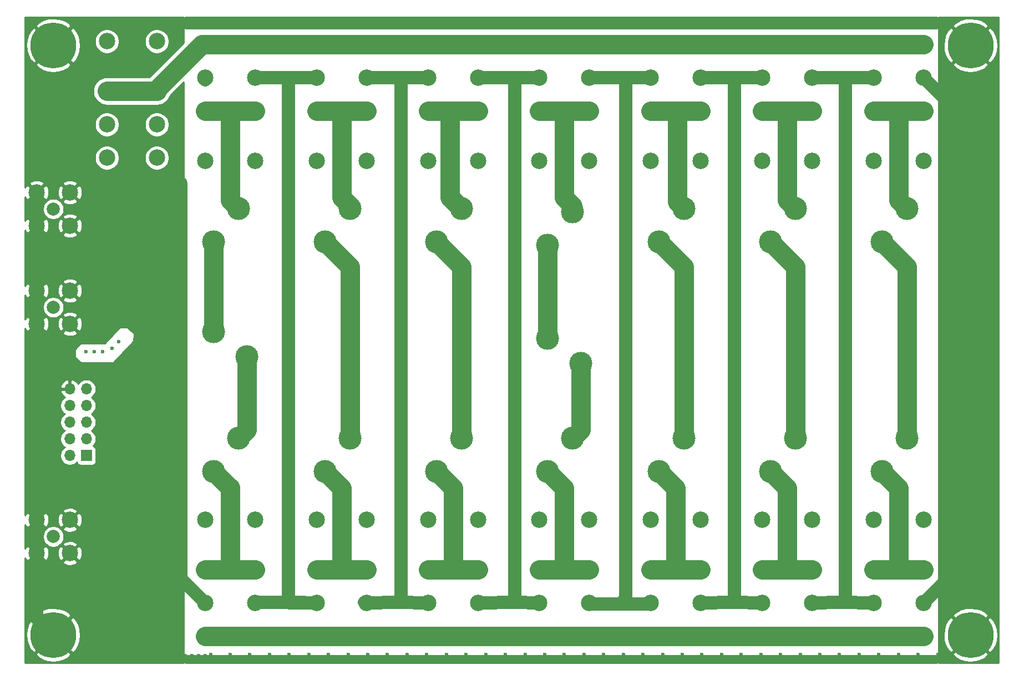
<source format=gbr>
%TF.GenerationSoftware,KiCad,Pcbnew,(5.1.5)-3*%
%TF.CreationDate,2020-07-21T14:48:15+02:00*%
%TF.ProjectId,LPF,4c50462e-6b69-4636-9164-5f7063625858,rev?*%
%TF.SameCoordinates,Original*%
%TF.FileFunction,Copper,L1,Top*%
%TF.FilePolarity,Positive*%
%FSLAX46Y46*%
G04 Gerber Fmt 4.6, Leading zero omitted, Abs format (unit mm)*
G04 Created by KiCad (PCBNEW (5.1.5)-3) date 2020-07-21 14:48:15*
%MOMM*%
%LPD*%
G04 APERTURE LIST*
%ADD10C,2.500000*%
%ADD11R,1.700000X1.700000*%
%ADD12O,1.700000X1.700000*%
%ADD13C,3.500000*%
%ADD14C,2.499360*%
%ADD15C,1.998980*%
%ADD16C,7.000000*%
%ADD17C,0.600000*%
%ADD18C,2.000000*%
%ADD19C,1.500000*%
%ADD20C,3.000000*%
%ADD21C,0.254000*%
G04 APERTURE END LIST*
D10*
X79060000Y-43880000D03*
X71440000Y-43880000D03*
X79060000Y-51500000D03*
X71440000Y-51500000D03*
X79060000Y-56580000D03*
X71440000Y-56580000D03*
X79060000Y-61660000D03*
X71440000Y-61660000D03*
D11*
X68290000Y-107120000D03*
D12*
X65750000Y-107120000D03*
X68290000Y-104580000D03*
X65750000Y-104580000D03*
X68290000Y-102040000D03*
X65750000Y-102040000D03*
X68290000Y-99500000D03*
X65750000Y-99500000D03*
X68290000Y-96960000D03*
X65750000Y-96960000D03*
D13*
X138710000Y-75040000D03*
X142520000Y-69960000D03*
X91520000Y-69460000D03*
X87710000Y-74540000D03*
X193520000Y-69460000D03*
X189710000Y-74540000D03*
X172710000Y-74540000D03*
X176520000Y-69460000D03*
X155710000Y-74540000D03*
X159520000Y-69460000D03*
X125520000Y-69460000D03*
X121710000Y-74540000D03*
X104710000Y-74540000D03*
X108520000Y-69460000D03*
X87710000Y-88230000D03*
X92790000Y-92040000D03*
X138710000Y-89230000D03*
X143790000Y-93040000D03*
X193520000Y-104460000D03*
X189710000Y-109540000D03*
X172710000Y-109540000D03*
X176520000Y-104460000D03*
X159520000Y-104460000D03*
X155710000Y-109540000D03*
X121710000Y-109540000D03*
X125520000Y-104460000D03*
X104710000Y-109540000D03*
X108520000Y-104460000D03*
X87710000Y-109540000D03*
X91520000Y-104460000D03*
X142520000Y-104460000D03*
X138710000Y-109540000D03*
D14*
X65790000Y-81960000D03*
X60710000Y-81960000D03*
X60710000Y-87040000D03*
X65790000Y-87040000D03*
D15*
X63250000Y-84500000D03*
X63250000Y-119500000D03*
D14*
X65790000Y-122040000D03*
X60710000Y-122040000D03*
X60710000Y-116960000D03*
X65790000Y-116960000D03*
D15*
X63250000Y-69500000D03*
D14*
X65790000Y-72040000D03*
X60710000Y-72040000D03*
X60710000Y-66960000D03*
X65790000Y-66960000D03*
D10*
X188440000Y-62120000D03*
X196060000Y-62120000D03*
X188440000Y-54500000D03*
X196060000Y-54500000D03*
X188440000Y-49420000D03*
X196060000Y-49420000D03*
X188440000Y-44340000D03*
X196060000Y-44340000D03*
X179060000Y-44340000D03*
X171440000Y-44340000D03*
X179060000Y-49420000D03*
X171440000Y-49420000D03*
X179060000Y-54500000D03*
X171440000Y-54500000D03*
X179060000Y-62120000D03*
X171440000Y-62120000D03*
X154440000Y-62120000D03*
X162060000Y-62120000D03*
X154440000Y-54500000D03*
X162060000Y-54500000D03*
X154440000Y-49420000D03*
X162060000Y-49420000D03*
X154440000Y-44340000D03*
X162060000Y-44340000D03*
X145060000Y-44340000D03*
X137440000Y-44340000D03*
X145060000Y-49420000D03*
X137440000Y-49420000D03*
X145060000Y-54500000D03*
X137440000Y-54500000D03*
X145060000Y-62120000D03*
X137440000Y-62120000D03*
X128060000Y-44340000D03*
X120440000Y-44340000D03*
X128060000Y-49420000D03*
X120440000Y-49420000D03*
X128060000Y-54500000D03*
X120440000Y-54500000D03*
X128060000Y-62120000D03*
X120440000Y-62120000D03*
X103440000Y-62120000D03*
X111060000Y-62120000D03*
X103440000Y-54500000D03*
X111060000Y-54500000D03*
X103440000Y-49420000D03*
X111060000Y-49420000D03*
X103440000Y-44340000D03*
X111060000Y-44340000D03*
X94060000Y-44340000D03*
X86440000Y-44340000D03*
X94060000Y-49420000D03*
X86440000Y-49420000D03*
X94060000Y-54500000D03*
X86440000Y-54500000D03*
X94060000Y-62120000D03*
X86440000Y-62120000D03*
X196060000Y-116880000D03*
X188440000Y-116880000D03*
X196060000Y-124500000D03*
X188440000Y-124500000D03*
X196060000Y-129580000D03*
X188440000Y-129580000D03*
X196060000Y-134660000D03*
X188440000Y-134660000D03*
X171440000Y-134660000D03*
X179060000Y-134660000D03*
X171440000Y-129580000D03*
X179060000Y-129580000D03*
X171440000Y-124500000D03*
X179060000Y-124500000D03*
X171440000Y-116880000D03*
X179060000Y-116880000D03*
X162060000Y-116880000D03*
X154440000Y-116880000D03*
X162060000Y-124500000D03*
X154440000Y-124500000D03*
X162060000Y-129580000D03*
X154440000Y-129580000D03*
X162060000Y-134660000D03*
X154440000Y-134660000D03*
X137440000Y-134660000D03*
X145060000Y-134660000D03*
X137440000Y-129580000D03*
X145060000Y-129580000D03*
X137440000Y-124500000D03*
X145060000Y-124500000D03*
X137440000Y-116880000D03*
X145060000Y-116880000D03*
X120440000Y-134660000D03*
X128060000Y-134660000D03*
X120440000Y-129580000D03*
X128060000Y-129580000D03*
X120440000Y-124500000D03*
X128060000Y-124500000D03*
X120440000Y-116880000D03*
X128060000Y-116880000D03*
X111060000Y-116880000D03*
X103440000Y-116880000D03*
X111060000Y-124500000D03*
X103440000Y-124500000D03*
X111060000Y-129580000D03*
X103440000Y-129580000D03*
X111060000Y-134660000D03*
X103440000Y-134660000D03*
X94060000Y-116880000D03*
X86440000Y-116880000D03*
X94060000Y-124500000D03*
X86440000Y-124500000D03*
X94060000Y-129580000D03*
X86440000Y-129580000D03*
X94060000Y-134660000D03*
X86440000Y-134660000D03*
D16*
X63250000Y-44500000D03*
X203250000Y-44500000D03*
X203250000Y-134500000D03*
X63250000Y-134500000D03*
D17*
X60210000Y-75346666D03*
X60210000Y-78653333D03*
X61210000Y-78653333D03*
X61210000Y-75346666D03*
X60210000Y-125346666D03*
X60210000Y-128653333D03*
X61210000Y-128653333D03*
X61210000Y-125346666D03*
X60210000Y-90364444D03*
X60210000Y-93688888D03*
X60210000Y-97013333D03*
X60210000Y-100337777D03*
X60210000Y-103662222D03*
X60210000Y-106986666D03*
X60210000Y-110311111D03*
X60210000Y-113635555D03*
X61210000Y-113635555D03*
X61210000Y-110311111D03*
X61210000Y-106986666D03*
X61210000Y-103662222D03*
X61210000Y-100337777D03*
X61210000Y-97013333D03*
X61210000Y-93688888D03*
X61210000Y-90364444D03*
X133170000Y-52496923D03*
X133170000Y-55573846D03*
X133170000Y-59000000D03*
X133170000Y-61727692D03*
X133170000Y-64804615D03*
X133170000Y-86343076D03*
X133170000Y-89420000D03*
X133170000Y-92496923D03*
X133170000Y-95573846D03*
X133170000Y-98650769D03*
X133170000Y-101727692D03*
X133170000Y-104804615D03*
X133170000Y-107881538D03*
X133170000Y-110958461D03*
X133170000Y-114035384D03*
X133170000Y-117112307D03*
X133170000Y-120189230D03*
X133170000Y-123266153D03*
X133170000Y-49420000D03*
X133170000Y-129420000D03*
X134170000Y-123266153D03*
X134170000Y-120189230D03*
X134170000Y-117112307D03*
X134170000Y-114035384D03*
X134170000Y-110958461D03*
X134170000Y-107881538D03*
X134170000Y-104804615D03*
X134170000Y-101727692D03*
X134170000Y-98650769D03*
X134170000Y-95573846D03*
X134170000Y-92496923D03*
X134170000Y-89420000D03*
X134170000Y-86343076D03*
X134170000Y-64804615D03*
X134170000Y-61727692D03*
X134170000Y-59000000D03*
X134170000Y-55573846D03*
X134170000Y-52496923D03*
X134170000Y-129420000D03*
X134170000Y-49420000D03*
X82250000Y-65055995D03*
X82250000Y-68135871D03*
X82250000Y-71215746D03*
X82250000Y-74295622D03*
X82250000Y-77375497D03*
X82250000Y-80455373D03*
X82250000Y-83535248D03*
X82250000Y-86615124D03*
X82250000Y-89695000D03*
X82250000Y-92774875D03*
X82250000Y-95854751D03*
X82250000Y-98934626D03*
X82250000Y-102014502D03*
X82250000Y-105094377D03*
X82250000Y-108174253D03*
X82250000Y-111254128D03*
X82250000Y-114334004D03*
X82250000Y-117413879D03*
X83250000Y-119424129D03*
X83250000Y-116294747D03*
X83250000Y-110035983D03*
X83250000Y-106906601D03*
X83250000Y-103777219D03*
X83250000Y-100647837D03*
X83250000Y-97518455D03*
X83250000Y-94389073D03*
X83250000Y-91259691D03*
X83250000Y-88130308D03*
X83250000Y-85000926D03*
X83250000Y-81871544D03*
X83250000Y-78742162D03*
X83250000Y-75612780D03*
X83250000Y-72483398D03*
X83250000Y-69354016D03*
X83250000Y-66224634D03*
X200781836Y-125565270D03*
X202965977Y-123381129D03*
X203250000Y-120388419D03*
X203250000Y-117299577D03*
X203250000Y-114210735D03*
X203250000Y-111121893D03*
X203250000Y-108033051D03*
X203250000Y-104944209D03*
X203250000Y-101855367D03*
X203250000Y-98766525D03*
X203250000Y-95677683D03*
X203250000Y-92588841D03*
X203250000Y-89499999D03*
X203250000Y-86411157D03*
X203250000Y-83322316D03*
X203250000Y-80233474D03*
X203250000Y-77144632D03*
X203250000Y-74055790D03*
X203250000Y-70966948D03*
X203250000Y-67878106D03*
X203250000Y-64789264D03*
X203250000Y-61700422D03*
X203250000Y-58611580D03*
X202965977Y-55618870D03*
X200781836Y-53434729D03*
X198597695Y-51250588D03*
X197887632Y-51954737D03*
X200068816Y-54135921D03*
X202250000Y-59333732D03*
X202250000Y-62350359D03*
X202250000Y-65366986D03*
X202250000Y-68383612D03*
X202250000Y-71400239D03*
X202250000Y-74416866D03*
X202250000Y-77433493D03*
X202250000Y-80450119D03*
X202250000Y-83466746D03*
X202250000Y-86483373D03*
X202250000Y-89500000D03*
X202250000Y-92516626D03*
X202250000Y-95533253D03*
X202250000Y-98549880D03*
X202250000Y-101566506D03*
X202250000Y-104583133D03*
X202250000Y-107599760D03*
X202250000Y-110616387D03*
X202250000Y-113633013D03*
X202250000Y-116649640D03*
X202250000Y-119666267D03*
X197887632Y-127045262D03*
X202250000Y-56317106D03*
X202250000Y-122682894D03*
X183670000Y-52474230D03*
X183670000Y-55528461D03*
X183670000Y-58582692D03*
X183670000Y-61636923D03*
X183670000Y-64691153D03*
X183670000Y-67745384D03*
X183670000Y-70799615D03*
X183670000Y-73853846D03*
X183670000Y-76908076D03*
X183670000Y-79962307D03*
X183670000Y-83016538D03*
X183670000Y-86070769D03*
X183670000Y-89125000D03*
X183670000Y-92179230D03*
X183670000Y-95233461D03*
X183670000Y-98287692D03*
X183670000Y-101341923D03*
X183670000Y-104396153D03*
X183670000Y-107450384D03*
X183670000Y-110504615D03*
X183670000Y-113558846D03*
X183670000Y-116613076D03*
X183670000Y-119667307D03*
X183670000Y-122721538D03*
X183670000Y-125775769D03*
X183670000Y-49420000D03*
X183670000Y-128830000D03*
X184670000Y-125775769D03*
X184670000Y-122721538D03*
X184670000Y-119667307D03*
X184670000Y-116613076D03*
X184670000Y-113558846D03*
X184670000Y-110504615D03*
X184670000Y-107450384D03*
X184670000Y-104396153D03*
X184670000Y-101341923D03*
X184670000Y-98287692D03*
X184670000Y-95233461D03*
X184670000Y-92179230D03*
X184670000Y-89125000D03*
X184670000Y-86070769D03*
X184670000Y-83016538D03*
X184670000Y-79962307D03*
X184670000Y-76908076D03*
X184670000Y-73853846D03*
X184670000Y-70799615D03*
X184670000Y-64691153D03*
X184670000Y-61636923D03*
X184670000Y-58582692D03*
X184670000Y-55528461D03*
X184670000Y-52474230D03*
X184670000Y-128830000D03*
X184670000Y-49420000D03*
X166670000Y-52493461D03*
X166670000Y-55566923D03*
X166670000Y-58640384D03*
X166670000Y-61713846D03*
X166670000Y-64787307D03*
X166670000Y-67860769D03*
X166670000Y-70934230D03*
X166670000Y-74007692D03*
X166670000Y-77081153D03*
X166670000Y-80154615D03*
X166670000Y-83228076D03*
X166670000Y-86301538D03*
X166670000Y-89375000D03*
X166670000Y-92448461D03*
X166670000Y-95521923D03*
X166670000Y-98595384D03*
X166670000Y-101668846D03*
X166670000Y-104742307D03*
X166670000Y-107815769D03*
X166670000Y-110889230D03*
X166670000Y-113962692D03*
X166670000Y-117036153D03*
X166670000Y-120109615D03*
X166670000Y-123183076D03*
X166670000Y-126256538D03*
X166670000Y-49420000D03*
X166670000Y-129330000D03*
X167670000Y-126256538D03*
X167670000Y-123183076D03*
X167670000Y-120109615D03*
X167670000Y-117036153D03*
X167670000Y-113962692D03*
X167670000Y-110889230D03*
X167670000Y-107815769D03*
X167670000Y-104742307D03*
X167670000Y-101668846D03*
X167670000Y-98595384D03*
X167670000Y-95521923D03*
X167670000Y-92448461D03*
X167670000Y-89375000D03*
X167670000Y-86301538D03*
X167670000Y-83228076D03*
X167670000Y-80154615D03*
X167670000Y-77081153D03*
X167670000Y-74007692D03*
X167670000Y-70934230D03*
X167670000Y-64787307D03*
X167670000Y-61713846D03*
X167670000Y-58640384D03*
X167670000Y-55566923D03*
X167670000Y-52493461D03*
X167670000Y-129330000D03*
X167670000Y-49420000D03*
X150080000Y-52486400D03*
X150080000Y-55552800D03*
X150080000Y-58619200D03*
X150080000Y-61685600D03*
X150080000Y-64752000D03*
X150080000Y-70884800D03*
X150080000Y-73951200D03*
X150080000Y-77017600D03*
X150080000Y-80084000D03*
X150080000Y-83150400D03*
X150080000Y-86216800D03*
X150080000Y-89283200D03*
X150080000Y-92349600D03*
X150080000Y-95416000D03*
X150080000Y-98482400D03*
X150080000Y-101548800D03*
X150080000Y-104615200D03*
X150080000Y-107681600D03*
X150080000Y-110748000D03*
X150080000Y-113814400D03*
X150080000Y-116880800D03*
X150080000Y-119947200D03*
X150080000Y-123013600D03*
X150080000Y-49420000D03*
X150080000Y-126080000D03*
X151080000Y-123013600D03*
X151080000Y-119947200D03*
X151080000Y-116880800D03*
X151080000Y-113814400D03*
X151080000Y-110748000D03*
X151080000Y-107681600D03*
X151080000Y-104615200D03*
X151080000Y-101548800D03*
X151080000Y-98482400D03*
X151080000Y-95416000D03*
X151080000Y-92349600D03*
X151080000Y-89283200D03*
X151080000Y-86216800D03*
X151080000Y-83150400D03*
X151080000Y-80084000D03*
X151080000Y-77017600D03*
X151080000Y-73951200D03*
X151080000Y-70884800D03*
X151080000Y-64752000D03*
X151080000Y-61685600D03*
X151080000Y-58619200D03*
X151080000Y-55552800D03*
X151080000Y-52486400D03*
X151080000Y-126080000D03*
X151080000Y-49420000D03*
X98670000Y-52496923D03*
X98670000Y-55573846D03*
X98670000Y-59000000D03*
X98670000Y-61727692D03*
X98670000Y-64804615D03*
X98670000Y-67881538D03*
X98670000Y-70958461D03*
X98670000Y-74035384D03*
X98670000Y-77112307D03*
X98670000Y-80189230D03*
X98670000Y-83266153D03*
X98670000Y-86343076D03*
X98670000Y-89420000D03*
X98670000Y-92496923D03*
X98670000Y-95573846D03*
X98670000Y-98650769D03*
X98670000Y-101727692D03*
X98670000Y-104804615D03*
X98670000Y-107881538D03*
X98670000Y-110958461D03*
X98670000Y-114035384D03*
X98670000Y-117112307D03*
X98670000Y-120189230D03*
X98670000Y-123266153D03*
X98670000Y-49420000D03*
X98670000Y-129420000D03*
X99670000Y-123266153D03*
X99670000Y-120189230D03*
X99670000Y-117112307D03*
X99670000Y-114035384D03*
X99670000Y-110958461D03*
X99670000Y-107881538D03*
X99670000Y-104804615D03*
X99670000Y-101727692D03*
X99670000Y-98650769D03*
X99670000Y-95573846D03*
X99670000Y-92496923D03*
X99670000Y-89420000D03*
X99670000Y-86343076D03*
X99670000Y-83266153D03*
X99670000Y-80189230D03*
X99670000Y-77112307D03*
X99670000Y-74035384D03*
X99670000Y-70958461D03*
X99670000Y-64804615D03*
X99670000Y-61727692D03*
X99670000Y-59000000D03*
X99670000Y-55573846D03*
X99670000Y-52496923D03*
X99670000Y-129420000D03*
X99670000Y-49420000D03*
X115830000Y-52487307D03*
X115830000Y-55554615D03*
X115830000Y-59000000D03*
X115830000Y-61689230D03*
X115830000Y-64756538D03*
X115830000Y-67823846D03*
X115830000Y-70891153D03*
X115830000Y-73958461D03*
X115830000Y-77025769D03*
X115830000Y-80093076D03*
X115830000Y-83160384D03*
X115830000Y-86227692D03*
X115830000Y-89295000D03*
X115830000Y-92362307D03*
X115830000Y-95429615D03*
X115830000Y-98496923D03*
X115830000Y-101564230D03*
X115830000Y-104631538D03*
X115830000Y-107698846D03*
X115830000Y-110766153D03*
X115830000Y-113833461D03*
X115830000Y-116900769D03*
X115830000Y-119968076D03*
X115830000Y-123035384D03*
X115830000Y-49420000D03*
X115830000Y-129170000D03*
X116830000Y-123035384D03*
X116830000Y-119968076D03*
X116830000Y-116900769D03*
X116830000Y-113833461D03*
X116830000Y-110766153D03*
X116830000Y-107698846D03*
X116830000Y-104631538D03*
X116830000Y-101564230D03*
X116830000Y-98496923D03*
X116830000Y-95429615D03*
X116830000Y-92362307D03*
X116830000Y-89295000D03*
X116830000Y-86227692D03*
X116830000Y-83160384D03*
X116830000Y-80093076D03*
X116830000Y-77025769D03*
X116830000Y-73958461D03*
X116830000Y-70891153D03*
X116830000Y-64756538D03*
X116830000Y-61689230D03*
X116830000Y-59000000D03*
X116830000Y-55554615D03*
X116830000Y-52487307D03*
X116830000Y-129170000D03*
X116830000Y-49420000D03*
X67750000Y-124316331D03*
X67750000Y-125390023D03*
X67750000Y-126463715D03*
X67750000Y-127537407D03*
X67750000Y-128611099D03*
X67750000Y-129684791D03*
X68266017Y-131682209D03*
X68951807Y-132444446D03*
X69678246Y-133170885D03*
X70404685Y-133897324D03*
X71131124Y-134623763D03*
X71857564Y-135350203D03*
X72584003Y-136076642D03*
X73310553Y-136802969D03*
X74152049Y-137383519D03*
X75139628Y-137647791D03*
X76166601Y-137660000D03*
X77193941Y-137660000D03*
X78221281Y-137660000D03*
X79248621Y-137660000D03*
X80275961Y-137660000D03*
X81303301Y-137660000D03*
X82330641Y-137660000D03*
X83357981Y-137660000D03*
X84385321Y-137660000D03*
X85412661Y-137660000D03*
X67845373Y-130750428D03*
X86440000Y-137660000D03*
X82090063Y-131660000D03*
X81002578Y-131660000D03*
X79915094Y-131660000D03*
X78827609Y-131660000D03*
X77740125Y-131660000D03*
X75926980Y-130934340D03*
X75201320Y-130208680D03*
X74475660Y-129483020D03*
X73750000Y-127619735D03*
X73750000Y-126482111D03*
X73750000Y-125344487D03*
X73750000Y-124206863D03*
X73750000Y-123069239D03*
X73500149Y-120801382D03*
X72841962Y-119849321D03*
X72018415Y-119025774D03*
X71194868Y-118202227D03*
X76652640Y-131660000D03*
X73750000Y-128757360D03*
X73749221Y-121931621D03*
X70371320Y-117378680D03*
X66250000Y-63247546D03*
X66250000Y-61995093D03*
X68419480Y-59580000D03*
X69426320Y-59580000D03*
X66250000Y-64500000D03*
X66250000Y-60742640D03*
X67412640Y-59580000D03*
X70434111Y-54000000D03*
X69428222Y-53580000D03*
X68422333Y-53580000D03*
X67416444Y-53580000D03*
X66410555Y-53580000D03*
X65412941Y-53677094D03*
X64499901Y-54087858D03*
X63751046Y-54756314D03*
X63039775Y-55467585D03*
X62328504Y-56178856D03*
X61617233Y-56890127D03*
X60918052Y-57612669D03*
X60426887Y-58485095D03*
X60250145Y-59470554D03*
X60250000Y-60476443D03*
X60250000Y-61482332D03*
X60250000Y-62488221D03*
X60250000Y-63494110D03*
X71440000Y-54000000D03*
X60250000Y-64500000D03*
X68354505Y-87500000D03*
X69375406Y-87500000D03*
X70396249Y-87496433D03*
X71387982Y-87275787D03*
X72249199Y-86736784D03*
X72974352Y-86018288D03*
X73696238Y-85296402D03*
X74418124Y-84574516D03*
X75140010Y-83852630D03*
X75861896Y-83130744D03*
X76583782Y-82408858D03*
X77305668Y-81686972D03*
X77965264Y-80911824D03*
X78343359Y-79968816D03*
X78410000Y-78952613D03*
X78410000Y-77931712D03*
X78410000Y-76910811D03*
X78410000Y-75889910D03*
X78410000Y-74869009D03*
X78410000Y-73848108D03*
X78410000Y-72827207D03*
X78410000Y-71806306D03*
X78410000Y-70785405D03*
X78410000Y-69764504D03*
X78410000Y-68743603D03*
X78410000Y-67722702D03*
X78410000Y-66701801D03*
X78410000Y-65680900D03*
X63250000Y-87500000D03*
X78410000Y-64660000D03*
X77971429Y-59160000D03*
X76882858Y-59160000D03*
X75794286Y-59160000D03*
X74705715Y-59160000D03*
X73617143Y-59160000D03*
X72528572Y-59160000D03*
X79060000Y-59160000D03*
X71440000Y-59160000D03*
X72410000Y-65693643D03*
X72410000Y-66727286D03*
X72410000Y-67760929D03*
X72410000Y-68794572D03*
X72410000Y-69828215D03*
X72410000Y-70861858D03*
X72410000Y-71895501D03*
X72410000Y-72929144D03*
X72410000Y-73962787D03*
X72410000Y-74996430D03*
X72410000Y-76030073D03*
X72410000Y-77063716D03*
X71559340Y-78948020D03*
X70708680Y-79798680D03*
X69858020Y-80649340D03*
X67855888Y-81500000D03*
X71440000Y-64660000D03*
X72410000Y-64660000D03*
X72410000Y-78097360D03*
X69007360Y-81500000D03*
X63250000Y-81500000D03*
X72750000Y-54000000D03*
X73750000Y-54000000D03*
X74750000Y-54000000D03*
X75750000Y-54000000D03*
X76750000Y-54000000D03*
X77750000Y-54000000D03*
X77750000Y-54000000D03*
X78750000Y-54000000D03*
X79750000Y-54000000D03*
X198250000Y-137500000D03*
X195250000Y-137500000D03*
X192250000Y-137500000D03*
X189250000Y-137500000D03*
X186250000Y-137500000D03*
X183250000Y-137500000D03*
X180250000Y-137500000D03*
X177250000Y-137500000D03*
X174250000Y-137500000D03*
X171250000Y-137500000D03*
X168250000Y-137500000D03*
X165250000Y-137500000D03*
X162250000Y-137500000D03*
X159250000Y-137500000D03*
X156250000Y-137500000D03*
X153250000Y-137500000D03*
X150250000Y-137500000D03*
X147250000Y-137500000D03*
X144250000Y-137500000D03*
X141250000Y-137500000D03*
X138250000Y-137500000D03*
X135250000Y-137500000D03*
X132250000Y-137500000D03*
X129250000Y-137500000D03*
X126250000Y-137500000D03*
X123250000Y-137500000D03*
X120250000Y-137500000D03*
X117250000Y-137500000D03*
X114250000Y-137500000D03*
X111250000Y-137500000D03*
X108250000Y-137500000D03*
X105250000Y-137500000D03*
X102250000Y-137500000D03*
X99250000Y-137500000D03*
X96250000Y-137500000D03*
X93250000Y-137500000D03*
X90250000Y-137500000D03*
X87250000Y-137500000D03*
X198250000Y-41500000D03*
X195250000Y-41500000D03*
X192250000Y-41500000D03*
X189250000Y-41500000D03*
X186250000Y-41500000D03*
X183250000Y-41500000D03*
X180250000Y-41500000D03*
X177250000Y-41500000D03*
X174250000Y-41500000D03*
X171250000Y-41500000D03*
X168250000Y-41500000D03*
X165250000Y-41500000D03*
X162250000Y-41500000D03*
X159250000Y-41500000D03*
X156250000Y-41500000D03*
X153250000Y-41500000D03*
X150250000Y-41500000D03*
X147250000Y-41500000D03*
X144250000Y-41500000D03*
X141250000Y-41500000D03*
X138250000Y-41500000D03*
X135250000Y-41500000D03*
X132250000Y-41500000D03*
X129250000Y-41500000D03*
X126250000Y-41500000D03*
X123250000Y-41500000D03*
X120250000Y-41500000D03*
X117250000Y-41500000D03*
X114250000Y-41500000D03*
X111250000Y-41500000D03*
X108250000Y-41500000D03*
X105250000Y-41500000D03*
X102250000Y-41500000D03*
X99250000Y-41500000D03*
X96250000Y-41500000D03*
X93250000Y-41500000D03*
X90250000Y-41500000D03*
X87250000Y-41500000D03*
X84250000Y-41500000D03*
X81250000Y-41500000D03*
X78250000Y-41500000D03*
X75250000Y-41500000D03*
X72250000Y-41500000D03*
X69250000Y-41500000D03*
X206250000Y-49500000D03*
X206250000Y-52500000D03*
X206250000Y-55500000D03*
X206250000Y-58500000D03*
X206250000Y-61500000D03*
X206250000Y-64500000D03*
X206250000Y-67500000D03*
X206250000Y-70500000D03*
X206250000Y-73500000D03*
X206250000Y-76500000D03*
X206250000Y-79500000D03*
X206250000Y-82500000D03*
X206250000Y-85500000D03*
X206250000Y-88500000D03*
X206250000Y-91500000D03*
X206250000Y-94500000D03*
X206250000Y-97500000D03*
X206250000Y-100500000D03*
X206250000Y-103500000D03*
X206250000Y-106500000D03*
X206250000Y-109500000D03*
X206250000Y-112500000D03*
X206250000Y-115500000D03*
X206250000Y-118500000D03*
X206250000Y-121500000D03*
X206250000Y-124500000D03*
X206250000Y-127500000D03*
X206250000Y-130500000D03*
X133670000Y-80670000D03*
X133670000Y-73170000D03*
X133670000Y-73170000D03*
X133670000Y-68230000D03*
X73250000Y-89750000D03*
X72250000Y-90750000D03*
X70750000Y-91250000D03*
X69500000Y-91250000D03*
X68250000Y-91250000D03*
D18*
X110830000Y-129580000D02*
X110750000Y-129500000D01*
X116330000Y-49420000D02*
X111060000Y-49420000D01*
X116330000Y-49420000D02*
X116330000Y-129170000D01*
X116000000Y-129500000D02*
X110830000Y-129580000D01*
X120440000Y-49420000D02*
X116330000Y-49420000D01*
X116330000Y-129170000D02*
X116000000Y-129500000D01*
X120440000Y-129580000D02*
X116000000Y-129500000D01*
X184170000Y-128830000D02*
X183500000Y-129500000D01*
X184170000Y-49420000D02*
X179060000Y-49420000D01*
X184170000Y-49420000D02*
X184170000Y-128830000D01*
X188440000Y-49420000D02*
X184170000Y-49420000D01*
X188440000Y-129580000D02*
X183500000Y-129500000D01*
X183500000Y-129500000D02*
X179060000Y-129580000D01*
X167170000Y-129330000D02*
X167000000Y-129500000D01*
X167170000Y-49420000D02*
X167170000Y-129330000D01*
X167170000Y-49420000D02*
X162060000Y-49420000D01*
X171440000Y-49420000D02*
X167170000Y-49420000D01*
X171440000Y-129580000D02*
X167000000Y-129500000D01*
X167000000Y-129500000D02*
X162060000Y-129580000D01*
X150580000Y-49420000D02*
X150580000Y-126080000D01*
X154440000Y-49420000D02*
X150580000Y-49420000D01*
X150580000Y-49420000D02*
X145060000Y-49420000D01*
X145250000Y-129750000D02*
X145000000Y-129500000D01*
X149750000Y-129750000D02*
X145250000Y-129750000D01*
X150580000Y-126080000D02*
X150580000Y-128920000D01*
X150580000Y-128920000D02*
X149750000Y-129750000D01*
X149750000Y-129750000D02*
X154250000Y-129750000D01*
X103440000Y-49420000D02*
X99170000Y-49420000D01*
X99170000Y-49420000D02*
X94060000Y-49420000D01*
X101592234Y-129500000D02*
X94000000Y-129500000D01*
X101672234Y-129580000D02*
X101592234Y-129500000D01*
X103440000Y-129580000D02*
X101672234Y-129580000D01*
X99330000Y-129580000D02*
X103440000Y-129580000D01*
X99170000Y-49420000D02*
X99170000Y-129420000D01*
X99170000Y-129420000D02*
X99330000Y-129580000D01*
X196060000Y-49420000D02*
X202750000Y-56110000D01*
X202750000Y-122890000D02*
X196060000Y-129580000D01*
X202750000Y-56110000D02*
X202750000Y-122890000D01*
X128080000Y-129580000D02*
X128000000Y-129500000D01*
X133670000Y-129420000D02*
X133750000Y-129500000D01*
X137440000Y-49420000D02*
X133670000Y-49420000D01*
X137440000Y-129580000D02*
X133750000Y-129500000D01*
X133670000Y-49420000D02*
X133670000Y-68230000D01*
X133750000Y-129500000D02*
X128080000Y-129580000D01*
X133670000Y-49420000D02*
X128060000Y-49420000D01*
X133670000Y-80670000D02*
X133670000Y-129420000D01*
X133670000Y-73170000D02*
X133670000Y-73170000D01*
X133670000Y-73170000D02*
X133670000Y-80670000D01*
X86440000Y-49420000D02*
X86440000Y-49810000D01*
D19*
X65750000Y-87080000D02*
X65790000Y-87040000D01*
D18*
X60710000Y-87040000D02*
X60710000Y-116960000D01*
X60710000Y-116960000D02*
X60710000Y-122040000D01*
X60710000Y-131960000D02*
X63250000Y-134500000D01*
X60710000Y-122040000D02*
X60710000Y-131960000D01*
X60710000Y-87040000D02*
X60710000Y-81960000D01*
X60710000Y-81960000D02*
X60710000Y-72040000D01*
X60710000Y-72040000D02*
X60710000Y-66960000D01*
X82750000Y-65500000D02*
X82750000Y-125890000D01*
X85190001Y-128330001D02*
X86440000Y-129580000D01*
X82750000Y-125890000D02*
X85190001Y-128330001D01*
X133670000Y-68230000D02*
X133670000Y-73170000D01*
D20*
X141250000Y-54500000D02*
X141250000Y-67750000D01*
X145060000Y-54500000D02*
X141250000Y-54500000D01*
X141250000Y-54500000D02*
X137440000Y-54500000D01*
X142520000Y-69020000D02*
X142520000Y-69960000D01*
X141250000Y-67750000D02*
X142520000Y-69020000D01*
X138710000Y-89230000D02*
X138710000Y-75040000D01*
X87710000Y-88230000D02*
X87710000Y-74540000D01*
X94060000Y-54500000D02*
X90250000Y-54500000D01*
X90250000Y-54500000D02*
X86440000Y-54500000D01*
X90250000Y-68190000D02*
X91520000Y-69460000D01*
X90250000Y-54500000D02*
X90250000Y-68190000D01*
X196060000Y-54500000D02*
X192250000Y-54500000D01*
X192250000Y-54500000D02*
X188440000Y-54500000D01*
X192250000Y-68190000D02*
X193520000Y-69460000D01*
X192250000Y-54500000D02*
X192250000Y-68190000D01*
X179060000Y-54500000D02*
X175250000Y-54500000D01*
X175250000Y-54500000D02*
X171440000Y-54500000D01*
X175250000Y-68190000D02*
X176520000Y-69460000D01*
X175250000Y-54500000D02*
X175250000Y-68190000D01*
X162060000Y-54500000D02*
X158500000Y-54500000D01*
X158500000Y-54500000D02*
X154440000Y-54500000D01*
X158500000Y-68440000D02*
X159520000Y-69460000D01*
X158500000Y-54500000D02*
X158500000Y-68440000D01*
X123770001Y-67710001D02*
X125520000Y-69460000D01*
X123770001Y-54979999D02*
X123770001Y-67710001D01*
X124250000Y-54500000D02*
X123770001Y-54979999D01*
X128060000Y-54500000D02*
X124250000Y-54500000D01*
X124250000Y-54500000D02*
X120440000Y-54500000D01*
X111060000Y-54500000D02*
X107250000Y-54500000D01*
X107250000Y-54500000D02*
X103440000Y-54500000D01*
X107250000Y-66750000D02*
X107250000Y-67750000D01*
X107250000Y-54500000D02*
X107250000Y-67750000D01*
X108520000Y-69020000D02*
X107250000Y-67750000D01*
X108520000Y-69460000D02*
X108520000Y-69020000D01*
X193520000Y-78350000D02*
X189710000Y-74540000D01*
X193520000Y-104460000D02*
X193520000Y-78350000D01*
X176520000Y-78350000D02*
X172710000Y-74540000D01*
X176520000Y-104460000D02*
X176520000Y-78350000D01*
X159520000Y-78350000D02*
X155710000Y-74540000D01*
X159520000Y-104460000D02*
X159520000Y-78350000D01*
X125520000Y-78350000D02*
X121710000Y-74540000D01*
X125520000Y-104460000D02*
X125520000Y-78350000D01*
X108520000Y-104460000D02*
X108290000Y-104460000D01*
X108520000Y-78350000D02*
X104710000Y-74540000D01*
X108520000Y-104460000D02*
X108520000Y-78350000D01*
X92790000Y-103190000D02*
X91520000Y-104460000D01*
X92790000Y-92040000D02*
X92790000Y-103190000D01*
X143790000Y-103190000D02*
X142520000Y-104460000D01*
X143790000Y-93040000D02*
X143790000Y-103190000D01*
X192250000Y-112080000D02*
X189710000Y-109540000D01*
X192250000Y-124500000D02*
X192250000Y-112080000D01*
X188440000Y-124500000D02*
X192250000Y-124500000D01*
X192250000Y-124500000D02*
X196060000Y-124500000D01*
X171440000Y-124500000D02*
X175250000Y-124500000D01*
X175250000Y-124500000D02*
X175250000Y-112080000D01*
X175250000Y-124500000D02*
X179060000Y-124500000D01*
X175250000Y-112080000D02*
X172710000Y-109540000D01*
X158250000Y-112080000D02*
X155710000Y-109540000D01*
X158250000Y-124500000D02*
X158250000Y-112080000D01*
X154440000Y-124500000D02*
X158250000Y-124500000D01*
X158250000Y-124500000D02*
X162060000Y-124500000D01*
X124250000Y-112080000D02*
X121710000Y-109540000D01*
X124250000Y-124500000D02*
X124250000Y-112080000D01*
X120440000Y-124500000D02*
X124250000Y-124500000D01*
X124250000Y-124500000D02*
X128060000Y-124500000D01*
X103440000Y-124500000D02*
X107250000Y-124500000D01*
X107250000Y-112080000D02*
X104710000Y-109540000D01*
X107250000Y-124500000D02*
X107250000Y-112080000D01*
X107250000Y-124500000D02*
X111060000Y-124500000D01*
X86440000Y-124500000D02*
X90250000Y-124500000D01*
X90250000Y-124500000D02*
X90250000Y-112000000D01*
X90250000Y-124500000D02*
X94060000Y-124500000D01*
X90170000Y-112000000D02*
X87710000Y-109540000D01*
X90250000Y-112000000D02*
X90170000Y-112000000D01*
X141250000Y-112080000D02*
X138710000Y-109540000D01*
X137440000Y-124500000D02*
X141250000Y-124500000D01*
X141250000Y-124500000D02*
X141250000Y-112080000D01*
X141250000Y-124500000D02*
X145060000Y-124500000D01*
X94060000Y-134660000D02*
X103440000Y-134660000D01*
X86440000Y-134660000D02*
X94060000Y-134660000D01*
X103440000Y-134660000D02*
X111060000Y-134660000D01*
X111060000Y-134660000D02*
X120440000Y-134660000D01*
X120440000Y-134660000D02*
X128060000Y-134660000D01*
X128060000Y-134660000D02*
X137440000Y-134660000D01*
X137440000Y-134660000D02*
X145060000Y-134660000D01*
X145060000Y-134660000D02*
X154440000Y-134660000D01*
X154440000Y-134660000D02*
X162060000Y-134660000D01*
X162060000Y-134660000D02*
X171440000Y-134660000D01*
X171440000Y-134660000D02*
X179060000Y-134660000D01*
X179060000Y-134660000D02*
X188440000Y-134660000D01*
X188440000Y-134660000D02*
X196060000Y-134660000D01*
X71440000Y-51500000D02*
X79060000Y-51500000D01*
X86440000Y-44340000D02*
X94060000Y-44340000D01*
X94060000Y-44340000D02*
X103440000Y-44340000D01*
X103440000Y-44340000D02*
X111060000Y-44340000D01*
X111060000Y-44340000D02*
X120440000Y-44340000D01*
X120440000Y-44340000D02*
X128060000Y-44340000D01*
X128060000Y-44340000D02*
X137440000Y-44340000D01*
X137440000Y-44340000D02*
X145060000Y-44340000D01*
X145060000Y-44340000D02*
X154440000Y-44340000D01*
X154440000Y-44340000D02*
X162060000Y-44340000D01*
X162060000Y-44340000D02*
X171440000Y-44340000D01*
X171440000Y-44340000D02*
X179060000Y-44340000D01*
X179060000Y-44340000D02*
X188440000Y-44340000D01*
X188440000Y-44340000D02*
X196060000Y-44340000D01*
X85910000Y-44340000D02*
X86440000Y-44340000D01*
X79060000Y-51500000D02*
X79060000Y-51190000D01*
X79060000Y-51190000D02*
X85910000Y-44340000D01*
D21*
G36*
X207540001Y-138790000D02*
G01*
X198377000Y-138790000D01*
X198377000Y-137414155D01*
X200515450Y-137414155D01*
X200911634Y-137934550D01*
X201626612Y-138324748D01*
X202403976Y-138567964D01*
X203213853Y-138654851D01*
X204025118Y-138582069D01*
X204806597Y-138352415D01*
X205528256Y-137974715D01*
X205588366Y-137934550D01*
X205984550Y-137414155D01*
X203250000Y-134679605D01*
X200515450Y-137414155D01*
X198377000Y-137414155D01*
X198377000Y-134463853D01*
X199095149Y-134463853D01*
X199167931Y-135275118D01*
X199397585Y-136056597D01*
X199775285Y-136778256D01*
X199815450Y-136838366D01*
X200335845Y-137234550D01*
X203070395Y-134500000D01*
X203429605Y-134500000D01*
X206164155Y-137234550D01*
X206684550Y-136838366D01*
X207074748Y-136123388D01*
X207317964Y-135346024D01*
X207404851Y-134536147D01*
X207332069Y-133724882D01*
X207102415Y-132943403D01*
X206724715Y-132221744D01*
X206684550Y-132161634D01*
X206164155Y-131765450D01*
X203429605Y-134500000D01*
X203070395Y-134500000D01*
X200335845Y-131765450D01*
X199815450Y-132161634D01*
X199425252Y-132876612D01*
X199182036Y-133653976D01*
X199095149Y-134463853D01*
X198377000Y-134463853D01*
X198377000Y-131585845D01*
X200515450Y-131585845D01*
X203250000Y-134320395D01*
X205984550Y-131585845D01*
X205588366Y-131065450D01*
X204873388Y-130675252D01*
X204096024Y-130432036D01*
X203286147Y-130345149D01*
X202474882Y-130417931D01*
X201693403Y-130647585D01*
X200971744Y-131025285D01*
X200911634Y-131065450D01*
X200515450Y-131585845D01*
X198377000Y-131585845D01*
X198377000Y-47414155D01*
X200515450Y-47414155D01*
X200911634Y-47934550D01*
X201626612Y-48324748D01*
X202403976Y-48567964D01*
X203213853Y-48654851D01*
X204025118Y-48582069D01*
X204806597Y-48352415D01*
X205528256Y-47974715D01*
X205588366Y-47934550D01*
X205984550Y-47414155D01*
X203250000Y-44679605D01*
X200515450Y-47414155D01*
X198377000Y-47414155D01*
X198377000Y-44463853D01*
X199095149Y-44463853D01*
X199167931Y-45275118D01*
X199397585Y-46056597D01*
X199775285Y-46778256D01*
X199815450Y-46838366D01*
X200335845Y-47234550D01*
X203070395Y-44500000D01*
X203429605Y-44500000D01*
X206164155Y-47234550D01*
X206684550Y-46838366D01*
X207074748Y-46123388D01*
X207317964Y-45346024D01*
X207404851Y-44536147D01*
X207332069Y-43724882D01*
X207102415Y-42943403D01*
X206724715Y-42221744D01*
X206684550Y-42161634D01*
X206164155Y-41765450D01*
X203429605Y-44500000D01*
X203070395Y-44500000D01*
X200335845Y-41765450D01*
X199815450Y-42161634D01*
X199425252Y-42876612D01*
X199182036Y-43653976D01*
X199095149Y-44463853D01*
X198377000Y-44463853D01*
X198377000Y-41585845D01*
X200515450Y-41585845D01*
X203250000Y-44320395D01*
X205984550Y-41585845D01*
X205588366Y-41065450D01*
X204873388Y-40675252D01*
X204096024Y-40432036D01*
X203286147Y-40345149D01*
X202474882Y-40417931D01*
X201693403Y-40647585D01*
X200971744Y-41025285D01*
X200911634Y-41065450D01*
X200515450Y-41585845D01*
X198377000Y-41585845D01*
X198377000Y-40210000D01*
X207540000Y-40210000D01*
X207540001Y-138790000D01*
G37*
X207540001Y-138790000D02*
X198377000Y-138790000D01*
X198377000Y-137414155D01*
X200515450Y-137414155D01*
X200911634Y-137934550D01*
X201626612Y-138324748D01*
X202403976Y-138567964D01*
X203213853Y-138654851D01*
X204025118Y-138582069D01*
X204806597Y-138352415D01*
X205528256Y-137974715D01*
X205588366Y-137934550D01*
X205984550Y-137414155D01*
X203250000Y-134679605D01*
X200515450Y-137414155D01*
X198377000Y-137414155D01*
X198377000Y-134463853D01*
X199095149Y-134463853D01*
X199167931Y-135275118D01*
X199397585Y-136056597D01*
X199775285Y-136778256D01*
X199815450Y-136838366D01*
X200335845Y-137234550D01*
X203070395Y-134500000D01*
X203429605Y-134500000D01*
X206164155Y-137234550D01*
X206684550Y-136838366D01*
X207074748Y-136123388D01*
X207317964Y-135346024D01*
X207404851Y-134536147D01*
X207332069Y-133724882D01*
X207102415Y-132943403D01*
X206724715Y-132221744D01*
X206684550Y-132161634D01*
X206164155Y-131765450D01*
X203429605Y-134500000D01*
X203070395Y-134500000D01*
X200335845Y-131765450D01*
X199815450Y-132161634D01*
X199425252Y-132876612D01*
X199182036Y-133653976D01*
X199095149Y-134463853D01*
X198377000Y-134463853D01*
X198377000Y-131585845D01*
X200515450Y-131585845D01*
X203250000Y-134320395D01*
X205984550Y-131585845D01*
X205588366Y-131065450D01*
X204873388Y-130675252D01*
X204096024Y-130432036D01*
X203286147Y-130345149D01*
X202474882Y-130417931D01*
X201693403Y-130647585D01*
X200971744Y-131025285D01*
X200911634Y-131065450D01*
X200515450Y-131585845D01*
X198377000Y-131585845D01*
X198377000Y-47414155D01*
X200515450Y-47414155D01*
X200911634Y-47934550D01*
X201626612Y-48324748D01*
X202403976Y-48567964D01*
X203213853Y-48654851D01*
X204025118Y-48582069D01*
X204806597Y-48352415D01*
X205528256Y-47974715D01*
X205588366Y-47934550D01*
X205984550Y-47414155D01*
X203250000Y-44679605D01*
X200515450Y-47414155D01*
X198377000Y-47414155D01*
X198377000Y-44463853D01*
X199095149Y-44463853D01*
X199167931Y-45275118D01*
X199397585Y-46056597D01*
X199775285Y-46778256D01*
X199815450Y-46838366D01*
X200335845Y-47234550D01*
X203070395Y-44500000D01*
X203429605Y-44500000D01*
X206164155Y-47234550D01*
X206684550Y-46838366D01*
X207074748Y-46123388D01*
X207317964Y-45346024D01*
X207404851Y-44536147D01*
X207332069Y-43724882D01*
X207102415Y-42943403D01*
X206724715Y-42221744D01*
X206684550Y-42161634D01*
X206164155Y-41765450D01*
X203429605Y-44500000D01*
X203070395Y-44500000D01*
X200335845Y-41765450D01*
X199815450Y-42161634D01*
X199425252Y-42876612D01*
X199182036Y-43653976D01*
X199095149Y-44463853D01*
X198377000Y-44463853D01*
X198377000Y-41585845D01*
X200515450Y-41585845D01*
X203250000Y-44320395D01*
X205984550Y-41585845D01*
X205588366Y-41065450D01*
X204873388Y-40675252D01*
X204096024Y-40432036D01*
X203286147Y-40345149D01*
X202474882Y-40417931D01*
X201693403Y-40647585D01*
X200971744Y-41025285D01*
X200911634Y-41065450D01*
X200515450Y-41585845D01*
X198377000Y-41585845D01*
X198377000Y-40210000D01*
X207540000Y-40210000D01*
X207540001Y-138790000D01*
G36*
X198123000Y-138790000D02*
G01*
X83377000Y-138790000D01*
X83377000Y-137627000D01*
X198123000Y-137627000D01*
X198123000Y-138790000D01*
G37*
X198123000Y-138790000D02*
X83377000Y-138790000D01*
X83377000Y-137627000D01*
X198123000Y-137627000D01*
X198123000Y-138790000D01*
G36*
X198075514Y-41873000D02*
G01*
X83377000Y-41873000D01*
X83377000Y-40210000D01*
X198108774Y-40210000D01*
X198075514Y-41873000D01*
G37*
X198075514Y-41873000D02*
X83377000Y-41873000D01*
X83377000Y-40210000D01*
X198108774Y-40210000D01*
X198075514Y-41873000D01*
G36*
X83123000Y-44107654D02*
G01*
X77865655Y-49365000D01*
X71335118Y-49365000D01*
X71021467Y-49395892D01*
X70619018Y-49517974D01*
X70248119Y-49716223D01*
X69923023Y-49983023D01*
X69656223Y-50308119D01*
X69457974Y-50679018D01*
X69335892Y-51081467D01*
X69294670Y-51500000D01*
X69335892Y-51918533D01*
X69457974Y-52320982D01*
X69656223Y-52691881D01*
X69923023Y-53016977D01*
X70248119Y-53283777D01*
X70619018Y-53482026D01*
X71021467Y-53604108D01*
X71335118Y-53635000D01*
X78955118Y-53635000D01*
X79060000Y-53645330D01*
X79164882Y-53635000D01*
X79478533Y-53604108D01*
X79880982Y-53482026D01*
X80251881Y-53283777D01*
X80576977Y-53016977D01*
X80843777Y-52691881D01*
X81042026Y-52320982D01*
X81082810Y-52186535D01*
X83123000Y-50146345D01*
X83123000Y-138790000D01*
X58960000Y-138790000D01*
X58960000Y-137414155D01*
X60515450Y-137414155D01*
X60911634Y-137934550D01*
X61626612Y-138324748D01*
X62403976Y-138567964D01*
X63213853Y-138654851D01*
X64025118Y-138582069D01*
X64806597Y-138352415D01*
X65528256Y-137974715D01*
X65588366Y-137934550D01*
X65984550Y-137414155D01*
X63250000Y-134679605D01*
X60515450Y-137414155D01*
X58960000Y-137414155D01*
X58960000Y-134463853D01*
X59095149Y-134463853D01*
X59167931Y-135275118D01*
X59397585Y-136056597D01*
X59775285Y-136778256D01*
X59815450Y-136838366D01*
X60335845Y-137234550D01*
X63070395Y-134500000D01*
X63429605Y-134500000D01*
X66164155Y-137234550D01*
X66684550Y-136838366D01*
X67074748Y-136123388D01*
X67317964Y-135346024D01*
X67404851Y-134536147D01*
X67332069Y-133724882D01*
X67102415Y-132943403D01*
X66724715Y-132221744D01*
X66684550Y-132161634D01*
X66164155Y-131765450D01*
X63429605Y-134500000D01*
X63070395Y-134500000D01*
X60335845Y-131765450D01*
X59815450Y-132161634D01*
X59425252Y-132876612D01*
X59182036Y-133653976D01*
X59095149Y-134463853D01*
X58960000Y-134463853D01*
X58960000Y-131585845D01*
X60515450Y-131585845D01*
X63250000Y-134320395D01*
X65984550Y-131585845D01*
X65588366Y-131065450D01*
X64873388Y-130675252D01*
X64096024Y-130432036D01*
X63286147Y-130345149D01*
X62474882Y-130417931D01*
X61693403Y-130647585D01*
X60971744Y-131025285D01*
X60911634Y-131065450D01*
X60515450Y-131585845D01*
X58960000Y-131585845D01*
X58960000Y-123353377D01*
X59576229Y-123353377D01*
X59702104Y-123643315D01*
X60034262Y-123809139D01*
X60392387Y-123906975D01*
X60762719Y-123933065D01*
X61131025Y-123886405D01*
X61483151Y-123768789D01*
X61717896Y-123643315D01*
X61843771Y-123353377D01*
X64656229Y-123353377D01*
X64782104Y-123643315D01*
X65114262Y-123809139D01*
X65472387Y-123906975D01*
X65842719Y-123933065D01*
X66211025Y-123886405D01*
X66563151Y-123768789D01*
X66797896Y-123643315D01*
X66923771Y-123353377D01*
X65790000Y-122219605D01*
X64656229Y-123353377D01*
X61843771Y-123353377D01*
X60710000Y-122219605D01*
X59576229Y-123353377D01*
X58960000Y-123353377D01*
X58960000Y-122749648D01*
X58981211Y-122813151D01*
X59106685Y-123047896D01*
X59396623Y-123173771D01*
X60530395Y-122040000D01*
X60889605Y-122040000D01*
X62023377Y-123173771D01*
X62313315Y-123047896D01*
X62479139Y-122715738D01*
X62576975Y-122357613D01*
X62595636Y-122092719D01*
X63896935Y-122092719D01*
X63943595Y-122461025D01*
X64061211Y-122813151D01*
X64186685Y-123047896D01*
X64476623Y-123173771D01*
X65610395Y-122040000D01*
X65969605Y-122040000D01*
X67103377Y-123173771D01*
X67393315Y-123047896D01*
X67559139Y-122715738D01*
X67656975Y-122357613D01*
X67683065Y-121987281D01*
X67636405Y-121618975D01*
X67518789Y-121266849D01*
X67393315Y-121032104D01*
X67103377Y-120906229D01*
X65969605Y-122040000D01*
X65610395Y-122040000D01*
X64476623Y-120906229D01*
X64186685Y-121032104D01*
X64020861Y-121364262D01*
X63923025Y-121722387D01*
X63896935Y-122092719D01*
X62595636Y-122092719D01*
X62603065Y-121987281D01*
X62556405Y-121618975D01*
X62438789Y-121266849D01*
X62313315Y-121032104D01*
X62023377Y-120906229D01*
X60889605Y-122040000D01*
X60530395Y-122040000D01*
X59396623Y-120906229D01*
X59106685Y-121032104D01*
X58960000Y-121325925D01*
X58960000Y-120726623D01*
X59576229Y-120726623D01*
X60710000Y-121860395D01*
X61843771Y-120726623D01*
X61717896Y-120436685D01*
X61385738Y-120270861D01*
X61027613Y-120173025D01*
X60657281Y-120146935D01*
X60288975Y-120193595D01*
X59936849Y-120311211D01*
X59702104Y-120436685D01*
X59576229Y-120726623D01*
X58960000Y-120726623D01*
X58960000Y-119339017D01*
X61615510Y-119339017D01*
X61615510Y-119660983D01*
X61678322Y-119976763D01*
X61801533Y-120274222D01*
X61980408Y-120541927D01*
X62208073Y-120769592D01*
X62475778Y-120948467D01*
X62773237Y-121071678D01*
X63089017Y-121134490D01*
X63410983Y-121134490D01*
X63726763Y-121071678D01*
X64024222Y-120948467D01*
X64291927Y-120769592D01*
X64334896Y-120726623D01*
X64656229Y-120726623D01*
X65790000Y-121860395D01*
X66923771Y-120726623D01*
X66797896Y-120436685D01*
X66465738Y-120270861D01*
X66107613Y-120173025D01*
X65737281Y-120146935D01*
X65368975Y-120193595D01*
X65016849Y-120311211D01*
X64782104Y-120436685D01*
X64656229Y-120726623D01*
X64334896Y-120726623D01*
X64519592Y-120541927D01*
X64698467Y-120274222D01*
X64821678Y-119976763D01*
X64884490Y-119660983D01*
X64884490Y-119339017D01*
X64821678Y-119023237D01*
X64698467Y-118725778D01*
X64519592Y-118458073D01*
X64334896Y-118273377D01*
X64656229Y-118273377D01*
X64782104Y-118563315D01*
X65114262Y-118729139D01*
X65472387Y-118826975D01*
X65842719Y-118853065D01*
X66211025Y-118806405D01*
X66563151Y-118688789D01*
X66797896Y-118563315D01*
X66923771Y-118273377D01*
X65790000Y-117139605D01*
X64656229Y-118273377D01*
X64334896Y-118273377D01*
X64291927Y-118230408D01*
X64024222Y-118051533D01*
X63726763Y-117928322D01*
X63410983Y-117865510D01*
X63089017Y-117865510D01*
X62773237Y-117928322D01*
X62475778Y-118051533D01*
X62208073Y-118230408D01*
X61980408Y-118458073D01*
X61801533Y-118725778D01*
X61678322Y-119023237D01*
X61615510Y-119339017D01*
X58960000Y-119339017D01*
X58960000Y-118273377D01*
X59576229Y-118273377D01*
X59702104Y-118563315D01*
X60034262Y-118729139D01*
X60392387Y-118826975D01*
X60762719Y-118853065D01*
X61131025Y-118806405D01*
X61483151Y-118688789D01*
X61717896Y-118563315D01*
X61843771Y-118273377D01*
X60710000Y-117139605D01*
X59576229Y-118273377D01*
X58960000Y-118273377D01*
X58960000Y-117669648D01*
X58981211Y-117733151D01*
X59106685Y-117967896D01*
X59396623Y-118093771D01*
X60530395Y-116960000D01*
X60889605Y-116960000D01*
X62023377Y-118093771D01*
X62313315Y-117967896D01*
X62479139Y-117635738D01*
X62576975Y-117277613D01*
X62595636Y-117012719D01*
X63896935Y-117012719D01*
X63943595Y-117381025D01*
X64061211Y-117733151D01*
X64186685Y-117967896D01*
X64476623Y-118093771D01*
X65610395Y-116960000D01*
X65969605Y-116960000D01*
X67103377Y-118093771D01*
X67393315Y-117967896D01*
X67559139Y-117635738D01*
X67656975Y-117277613D01*
X67683065Y-116907281D01*
X67636405Y-116538975D01*
X67518789Y-116186849D01*
X67393315Y-115952104D01*
X67103377Y-115826229D01*
X65969605Y-116960000D01*
X65610395Y-116960000D01*
X64476623Y-115826229D01*
X64186685Y-115952104D01*
X64020861Y-116284262D01*
X63923025Y-116642387D01*
X63896935Y-117012719D01*
X62595636Y-117012719D01*
X62603065Y-116907281D01*
X62556405Y-116538975D01*
X62438789Y-116186849D01*
X62313315Y-115952104D01*
X62023377Y-115826229D01*
X60889605Y-116960000D01*
X60530395Y-116960000D01*
X59396623Y-115826229D01*
X59106685Y-115952104D01*
X58960000Y-116245925D01*
X58960000Y-115646623D01*
X59576229Y-115646623D01*
X60710000Y-116780395D01*
X61843771Y-115646623D01*
X64656229Y-115646623D01*
X65790000Y-116780395D01*
X66923771Y-115646623D01*
X66797896Y-115356685D01*
X66465738Y-115190861D01*
X66107613Y-115093025D01*
X65737281Y-115066935D01*
X65368975Y-115113595D01*
X65016849Y-115231211D01*
X64782104Y-115356685D01*
X64656229Y-115646623D01*
X61843771Y-115646623D01*
X61717896Y-115356685D01*
X61385738Y-115190861D01*
X61027613Y-115093025D01*
X60657281Y-115066935D01*
X60288975Y-115113595D01*
X59936849Y-115231211D01*
X59702104Y-115356685D01*
X59576229Y-115646623D01*
X58960000Y-115646623D01*
X58960000Y-99353740D01*
X64265000Y-99353740D01*
X64265000Y-99646260D01*
X64322068Y-99933158D01*
X64434010Y-100203411D01*
X64596525Y-100446632D01*
X64803368Y-100653475D01*
X64977760Y-100770000D01*
X64803368Y-100886525D01*
X64596525Y-101093368D01*
X64434010Y-101336589D01*
X64322068Y-101606842D01*
X64265000Y-101893740D01*
X64265000Y-102186260D01*
X64322068Y-102473158D01*
X64434010Y-102743411D01*
X64596525Y-102986632D01*
X64803368Y-103193475D01*
X64977760Y-103310000D01*
X64803368Y-103426525D01*
X64596525Y-103633368D01*
X64434010Y-103876589D01*
X64322068Y-104146842D01*
X64265000Y-104433740D01*
X64265000Y-104726260D01*
X64322068Y-105013158D01*
X64434010Y-105283411D01*
X64596525Y-105526632D01*
X64803368Y-105733475D01*
X64977760Y-105850000D01*
X64803368Y-105966525D01*
X64596525Y-106173368D01*
X64434010Y-106416589D01*
X64322068Y-106686842D01*
X64265000Y-106973740D01*
X64265000Y-107266260D01*
X64322068Y-107553158D01*
X64434010Y-107823411D01*
X64596525Y-108066632D01*
X64803368Y-108273475D01*
X65046589Y-108435990D01*
X65316842Y-108547932D01*
X65603740Y-108605000D01*
X65896260Y-108605000D01*
X66183158Y-108547932D01*
X66453411Y-108435990D01*
X66696632Y-108273475D01*
X66828487Y-108141620D01*
X66850498Y-108214180D01*
X66909463Y-108324494D01*
X66988815Y-108421185D01*
X67085506Y-108500537D01*
X67195820Y-108559502D01*
X67315518Y-108595812D01*
X67440000Y-108608072D01*
X69140000Y-108608072D01*
X69264482Y-108595812D01*
X69384180Y-108559502D01*
X69494494Y-108500537D01*
X69591185Y-108421185D01*
X69670537Y-108324494D01*
X69729502Y-108214180D01*
X69765812Y-108094482D01*
X69778072Y-107970000D01*
X69778072Y-106270000D01*
X69765812Y-106145518D01*
X69729502Y-106025820D01*
X69670537Y-105915506D01*
X69591185Y-105818815D01*
X69494494Y-105739463D01*
X69384180Y-105680498D01*
X69311620Y-105658487D01*
X69443475Y-105526632D01*
X69605990Y-105283411D01*
X69717932Y-105013158D01*
X69775000Y-104726260D01*
X69775000Y-104433740D01*
X69717932Y-104146842D01*
X69605990Y-103876589D01*
X69443475Y-103633368D01*
X69236632Y-103426525D01*
X69062240Y-103310000D01*
X69236632Y-103193475D01*
X69443475Y-102986632D01*
X69605990Y-102743411D01*
X69717932Y-102473158D01*
X69775000Y-102186260D01*
X69775000Y-101893740D01*
X69717932Y-101606842D01*
X69605990Y-101336589D01*
X69443475Y-101093368D01*
X69236632Y-100886525D01*
X69062240Y-100770000D01*
X69236632Y-100653475D01*
X69443475Y-100446632D01*
X69605990Y-100203411D01*
X69717932Y-99933158D01*
X69775000Y-99646260D01*
X69775000Y-99353740D01*
X69717932Y-99066842D01*
X69605990Y-98796589D01*
X69443475Y-98553368D01*
X69236632Y-98346525D01*
X69062240Y-98230000D01*
X69236632Y-98113475D01*
X69443475Y-97906632D01*
X69605990Y-97663411D01*
X69717932Y-97393158D01*
X69775000Y-97106260D01*
X69775000Y-96813740D01*
X69717932Y-96526842D01*
X69605990Y-96256589D01*
X69443475Y-96013368D01*
X69236632Y-95806525D01*
X68993411Y-95644010D01*
X68723158Y-95532068D01*
X68436260Y-95475000D01*
X68143740Y-95475000D01*
X67856842Y-95532068D01*
X67586589Y-95644010D01*
X67343368Y-95806525D01*
X67136525Y-96013368D01*
X67018900Y-96189406D01*
X66847588Y-95959731D01*
X66631355Y-95764822D01*
X66381252Y-95615843D01*
X66106891Y-95518519D01*
X65877000Y-95639186D01*
X65877000Y-96833000D01*
X65897000Y-96833000D01*
X65897000Y-97087000D01*
X65877000Y-97087000D01*
X65877000Y-97107000D01*
X65623000Y-97107000D01*
X65623000Y-97087000D01*
X64429845Y-97087000D01*
X64308524Y-97316890D01*
X64353175Y-97464099D01*
X64478359Y-97726920D01*
X64652412Y-97960269D01*
X64868645Y-98155178D01*
X64985534Y-98224805D01*
X64803368Y-98346525D01*
X64596525Y-98553368D01*
X64434010Y-98796589D01*
X64322068Y-99066842D01*
X64265000Y-99353740D01*
X58960000Y-99353740D01*
X58960000Y-96603110D01*
X64308524Y-96603110D01*
X64429845Y-96833000D01*
X65623000Y-96833000D01*
X65623000Y-95639186D01*
X65393109Y-95518519D01*
X65118748Y-95615843D01*
X64868645Y-95764822D01*
X64652412Y-95959731D01*
X64478359Y-96193080D01*
X64353175Y-96455901D01*
X64308524Y-96603110D01*
X58960000Y-96603110D01*
X58960000Y-90900000D01*
X66573000Y-90900000D01*
X66573000Y-92100000D01*
X66577364Y-92133007D01*
X66586160Y-92156298D01*
X66599331Y-92177425D01*
X66616370Y-92195577D01*
X67416370Y-92895577D01*
X67429443Y-92905597D01*
X67451399Y-92917333D01*
X67475224Y-92924560D01*
X67500000Y-92927000D01*
X72400000Y-92927000D01*
X72428780Y-92923696D01*
X72452358Y-92915705D01*
X72473925Y-92903267D01*
X72492651Y-92886861D01*
X75492651Y-89686861D01*
X75511914Y-89660035D01*
X75521476Y-89637048D01*
X75526370Y-89612637D01*
X75626370Y-88612637D01*
X75626824Y-88593325D01*
X75623085Y-88568711D01*
X75614616Y-88545300D01*
X75601742Y-88523990D01*
X75584959Y-88505602D01*
X74584959Y-87605602D01*
X74570557Y-87594403D01*
X74548601Y-87582667D01*
X74524776Y-87575440D01*
X74500000Y-87573000D01*
X73400000Y-87573000D01*
X73369836Y-87576634D01*
X73346348Y-87584889D01*
X73324922Y-87597568D01*
X73306381Y-87614183D01*
X71144132Y-89973000D01*
X67500000Y-89973000D01*
X67475224Y-89975440D01*
X67451399Y-89982667D01*
X67429443Y-89994403D01*
X67410197Y-90010197D01*
X66610197Y-90810197D01*
X66594403Y-90829443D01*
X66582667Y-90851399D01*
X66575440Y-90875224D01*
X66573000Y-90900000D01*
X58960000Y-90900000D01*
X58960000Y-88353377D01*
X59576229Y-88353377D01*
X59702104Y-88643315D01*
X60034262Y-88809139D01*
X60392387Y-88906975D01*
X60762719Y-88933065D01*
X61131025Y-88886405D01*
X61483151Y-88768789D01*
X61717896Y-88643315D01*
X61843771Y-88353377D01*
X64656229Y-88353377D01*
X64782104Y-88643315D01*
X65114262Y-88809139D01*
X65472387Y-88906975D01*
X65842719Y-88933065D01*
X66211025Y-88886405D01*
X66563151Y-88768789D01*
X66797896Y-88643315D01*
X66923771Y-88353377D01*
X65790000Y-87219605D01*
X64656229Y-88353377D01*
X61843771Y-88353377D01*
X60710000Y-87219605D01*
X59576229Y-88353377D01*
X58960000Y-88353377D01*
X58960000Y-87749648D01*
X58981211Y-87813151D01*
X59106685Y-88047896D01*
X59396623Y-88173771D01*
X60530395Y-87040000D01*
X60889605Y-87040000D01*
X62023377Y-88173771D01*
X62313315Y-88047896D01*
X62479139Y-87715738D01*
X62576975Y-87357613D01*
X62595636Y-87092719D01*
X63896935Y-87092719D01*
X63943595Y-87461025D01*
X64061211Y-87813151D01*
X64186685Y-88047896D01*
X64476623Y-88173771D01*
X65610395Y-87040000D01*
X65969605Y-87040000D01*
X67103377Y-88173771D01*
X67393315Y-88047896D01*
X67559139Y-87715738D01*
X67656975Y-87357613D01*
X67683065Y-86987281D01*
X67636405Y-86618975D01*
X67518789Y-86266849D01*
X67393315Y-86032104D01*
X67103377Y-85906229D01*
X65969605Y-87040000D01*
X65610395Y-87040000D01*
X64476623Y-85906229D01*
X64186685Y-86032104D01*
X64020861Y-86364262D01*
X63923025Y-86722387D01*
X63896935Y-87092719D01*
X62595636Y-87092719D01*
X62603065Y-86987281D01*
X62556405Y-86618975D01*
X62438789Y-86266849D01*
X62313315Y-86032104D01*
X62023377Y-85906229D01*
X60889605Y-87040000D01*
X60530395Y-87040000D01*
X59396623Y-85906229D01*
X59106685Y-86032104D01*
X58960000Y-86325925D01*
X58960000Y-85726623D01*
X59576229Y-85726623D01*
X60710000Y-86860395D01*
X61843771Y-85726623D01*
X61717896Y-85436685D01*
X61385738Y-85270861D01*
X61027613Y-85173025D01*
X60657281Y-85146935D01*
X60288975Y-85193595D01*
X59936849Y-85311211D01*
X59702104Y-85436685D01*
X59576229Y-85726623D01*
X58960000Y-85726623D01*
X58960000Y-84339017D01*
X61615510Y-84339017D01*
X61615510Y-84660983D01*
X61678322Y-84976763D01*
X61801533Y-85274222D01*
X61980408Y-85541927D01*
X62208073Y-85769592D01*
X62475778Y-85948467D01*
X62773237Y-86071678D01*
X63089017Y-86134490D01*
X63410983Y-86134490D01*
X63726763Y-86071678D01*
X64024222Y-85948467D01*
X64291927Y-85769592D01*
X64334896Y-85726623D01*
X64656229Y-85726623D01*
X65790000Y-86860395D01*
X66923771Y-85726623D01*
X66797896Y-85436685D01*
X66465738Y-85270861D01*
X66107613Y-85173025D01*
X65737281Y-85146935D01*
X65368975Y-85193595D01*
X65016849Y-85311211D01*
X64782104Y-85436685D01*
X64656229Y-85726623D01*
X64334896Y-85726623D01*
X64519592Y-85541927D01*
X64698467Y-85274222D01*
X64821678Y-84976763D01*
X64884490Y-84660983D01*
X64884490Y-84339017D01*
X64821678Y-84023237D01*
X64698467Y-83725778D01*
X64519592Y-83458073D01*
X64334896Y-83273377D01*
X64656229Y-83273377D01*
X64782104Y-83563315D01*
X65114262Y-83729139D01*
X65472387Y-83826975D01*
X65842719Y-83853065D01*
X66211025Y-83806405D01*
X66563151Y-83688789D01*
X66797896Y-83563315D01*
X66923771Y-83273377D01*
X65790000Y-82139605D01*
X64656229Y-83273377D01*
X64334896Y-83273377D01*
X64291927Y-83230408D01*
X64024222Y-83051533D01*
X63726763Y-82928322D01*
X63410983Y-82865510D01*
X63089017Y-82865510D01*
X62773237Y-82928322D01*
X62475778Y-83051533D01*
X62208073Y-83230408D01*
X61980408Y-83458073D01*
X61801533Y-83725778D01*
X61678322Y-84023237D01*
X61615510Y-84339017D01*
X58960000Y-84339017D01*
X58960000Y-83273377D01*
X59576229Y-83273377D01*
X59702104Y-83563315D01*
X60034262Y-83729139D01*
X60392387Y-83826975D01*
X60762719Y-83853065D01*
X61131025Y-83806405D01*
X61483151Y-83688789D01*
X61717896Y-83563315D01*
X61843771Y-83273377D01*
X60710000Y-82139605D01*
X59576229Y-83273377D01*
X58960000Y-83273377D01*
X58960000Y-82669648D01*
X58981211Y-82733151D01*
X59106685Y-82967896D01*
X59396623Y-83093771D01*
X60530395Y-81960000D01*
X60889605Y-81960000D01*
X62023377Y-83093771D01*
X62313315Y-82967896D01*
X62479139Y-82635738D01*
X62576975Y-82277613D01*
X62595636Y-82012719D01*
X63896935Y-82012719D01*
X63943595Y-82381025D01*
X64061211Y-82733151D01*
X64186685Y-82967896D01*
X64476623Y-83093771D01*
X65610395Y-81960000D01*
X65969605Y-81960000D01*
X67103377Y-83093771D01*
X67393315Y-82967896D01*
X67559139Y-82635738D01*
X67656975Y-82277613D01*
X67683065Y-81907281D01*
X67636405Y-81538975D01*
X67518789Y-81186849D01*
X67393315Y-80952104D01*
X67103377Y-80826229D01*
X65969605Y-81960000D01*
X65610395Y-81960000D01*
X64476623Y-80826229D01*
X64186685Y-80952104D01*
X64020861Y-81284262D01*
X63923025Y-81642387D01*
X63896935Y-82012719D01*
X62595636Y-82012719D01*
X62603065Y-81907281D01*
X62556405Y-81538975D01*
X62438789Y-81186849D01*
X62313315Y-80952104D01*
X62023377Y-80826229D01*
X60889605Y-81960000D01*
X60530395Y-81960000D01*
X59396623Y-80826229D01*
X59106685Y-80952104D01*
X58960000Y-81245925D01*
X58960000Y-80646623D01*
X59576229Y-80646623D01*
X60710000Y-81780395D01*
X61843771Y-80646623D01*
X64656229Y-80646623D01*
X65790000Y-81780395D01*
X66923771Y-80646623D01*
X66797896Y-80356685D01*
X66465738Y-80190861D01*
X66107613Y-80093025D01*
X65737281Y-80066935D01*
X65368975Y-80113595D01*
X65016849Y-80231211D01*
X64782104Y-80356685D01*
X64656229Y-80646623D01*
X61843771Y-80646623D01*
X61717896Y-80356685D01*
X61385738Y-80190861D01*
X61027613Y-80093025D01*
X60657281Y-80066935D01*
X60288975Y-80113595D01*
X59936849Y-80231211D01*
X59702104Y-80356685D01*
X59576229Y-80646623D01*
X58960000Y-80646623D01*
X58960000Y-73353377D01*
X59576229Y-73353377D01*
X59702104Y-73643315D01*
X60034262Y-73809139D01*
X60392387Y-73906975D01*
X60762719Y-73933065D01*
X61131025Y-73886405D01*
X61483151Y-73768789D01*
X61717896Y-73643315D01*
X61843771Y-73353377D01*
X64656229Y-73353377D01*
X64782104Y-73643315D01*
X65114262Y-73809139D01*
X65472387Y-73906975D01*
X65842719Y-73933065D01*
X66211025Y-73886405D01*
X66563151Y-73768789D01*
X66797896Y-73643315D01*
X66923771Y-73353377D01*
X65790000Y-72219605D01*
X64656229Y-73353377D01*
X61843771Y-73353377D01*
X60710000Y-72219605D01*
X59576229Y-73353377D01*
X58960000Y-73353377D01*
X58960000Y-72749648D01*
X58981211Y-72813151D01*
X59106685Y-73047896D01*
X59396623Y-73173771D01*
X60530395Y-72040000D01*
X60889605Y-72040000D01*
X62023377Y-73173771D01*
X62313315Y-73047896D01*
X62479139Y-72715738D01*
X62576975Y-72357613D01*
X62595636Y-72092719D01*
X63896935Y-72092719D01*
X63943595Y-72461025D01*
X64061211Y-72813151D01*
X64186685Y-73047896D01*
X64476623Y-73173771D01*
X65610395Y-72040000D01*
X65969605Y-72040000D01*
X67103377Y-73173771D01*
X67393315Y-73047896D01*
X67559139Y-72715738D01*
X67656975Y-72357613D01*
X67683065Y-71987281D01*
X67636405Y-71618975D01*
X67518789Y-71266849D01*
X67393315Y-71032104D01*
X67103377Y-70906229D01*
X65969605Y-72040000D01*
X65610395Y-72040000D01*
X64476623Y-70906229D01*
X64186685Y-71032104D01*
X64020861Y-71364262D01*
X63923025Y-71722387D01*
X63896935Y-72092719D01*
X62595636Y-72092719D01*
X62603065Y-71987281D01*
X62556405Y-71618975D01*
X62438789Y-71266849D01*
X62313315Y-71032104D01*
X62023377Y-70906229D01*
X60889605Y-72040000D01*
X60530395Y-72040000D01*
X59396623Y-70906229D01*
X59106685Y-71032104D01*
X58960000Y-71325925D01*
X58960000Y-70726623D01*
X59576229Y-70726623D01*
X60710000Y-71860395D01*
X61843771Y-70726623D01*
X61717896Y-70436685D01*
X61385738Y-70270861D01*
X61027613Y-70173025D01*
X60657281Y-70146935D01*
X60288975Y-70193595D01*
X59936849Y-70311211D01*
X59702104Y-70436685D01*
X59576229Y-70726623D01*
X58960000Y-70726623D01*
X58960000Y-69339017D01*
X61615510Y-69339017D01*
X61615510Y-69660983D01*
X61678322Y-69976763D01*
X61801533Y-70274222D01*
X61980408Y-70541927D01*
X62208073Y-70769592D01*
X62475778Y-70948467D01*
X62773237Y-71071678D01*
X63089017Y-71134490D01*
X63410983Y-71134490D01*
X63726763Y-71071678D01*
X64024222Y-70948467D01*
X64291927Y-70769592D01*
X64334896Y-70726623D01*
X64656229Y-70726623D01*
X65790000Y-71860395D01*
X66923771Y-70726623D01*
X66797896Y-70436685D01*
X66465738Y-70270861D01*
X66107613Y-70173025D01*
X65737281Y-70146935D01*
X65368975Y-70193595D01*
X65016849Y-70311211D01*
X64782104Y-70436685D01*
X64656229Y-70726623D01*
X64334896Y-70726623D01*
X64519592Y-70541927D01*
X64698467Y-70274222D01*
X64821678Y-69976763D01*
X64884490Y-69660983D01*
X64884490Y-69339017D01*
X64821678Y-69023237D01*
X64698467Y-68725778D01*
X64519592Y-68458073D01*
X64334896Y-68273377D01*
X64656229Y-68273377D01*
X64782104Y-68563315D01*
X65114262Y-68729139D01*
X65472387Y-68826975D01*
X65842719Y-68853065D01*
X66211025Y-68806405D01*
X66563151Y-68688789D01*
X66797896Y-68563315D01*
X66923771Y-68273377D01*
X65790000Y-67139605D01*
X64656229Y-68273377D01*
X64334896Y-68273377D01*
X64291927Y-68230408D01*
X64024222Y-68051533D01*
X63726763Y-67928322D01*
X63410983Y-67865510D01*
X63089017Y-67865510D01*
X62773237Y-67928322D01*
X62475778Y-68051533D01*
X62208073Y-68230408D01*
X61980408Y-68458073D01*
X61801533Y-68725778D01*
X61678322Y-69023237D01*
X61615510Y-69339017D01*
X58960000Y-69339017D01*
X58960000Y-68273377D01*
X59576229Y-68273377D01*
X59702104Y-68563315D01*
X60034262Y-68729139D01*
X60392387Y-68826975D01*
X60762719Y-68853065D01*
X61131025Y-68806405D01*
X61483151Y-68688789D01*
X61717896Y-68563315D01*
X61843771Y-68273377D01*
X60710000Y-67139605D01*
X59576229Y-68273377D01*
X58960000Y-68273377D01*
X58960000Y-67669648D01*
X58981211Y-67733151D01*
X59106685Y-67967896D01*
X59396623Y-68093771D01*
X60530395Y-66960000D01*
X60889605Y-66960000D01*
X62023377Y-68093771D01*
X62313315Y-67967896D01*
X62479139Y-67635738D01*
X62576975Y-67277613D01*
X62595636Y-67012719D01*
X63896935Y-67012719D01*
X63943595Y-67381025D01*
X64061211Y-67733151D01*
X64186685Y-67967896D01*
X64476623Y-68093771D01*
X65610395Y-66960000D01*
X65969605Y-66960000D01*
X67103377Y-68093771D01*
X67393315Y-67967896D01*
X67559139Y-67635738D01*
X67656975Y-67277613D01*
X67683065Y-66907281D01*
X67636405Y-66538975D01*
X67518789Y-66186849D01*
X67393315Y-65952104D01*
X67103377Y-65826229D01*
X65969605Y-66960000D01*
X65610395Y-66960000D01*
X64476623Y-65826229D01*
X64186685Y-65952104D01*
X64020861Y-66284262D01*
X63923025Y-66642387D01*
X63896935Y-67012719D01*
X62595636Y-67012719D01*
X62603065Y-66907281D01*
X62556405Y-66538975D01*
X62438789Y-66186849D01*
X62313315Y-65952104D01*
X62023377Y-65826229D01*
X60889605Y-66960000D01*
X60530395Y-66960000D01*
X59396623Y-65826229D01*
X59106685Y-65952104D01*
X58960000Y-66245925D01*
X58960000Y-65646623D01*
X59576229Y-65646623D01*
X60710000Y-66780395D01*
X61843771Y-65646623D01*
X64656229Y-65646623D01*
X65790000Y-66780395D01*
X66923771Y-65646623D01*
X66797896Y-65356685D01*
X66465738Y-65190861D01*
X66107613Y-65093025D01*
X65737281Y-65066935D01*
X65368975Y-65113595D01*
X65016849Y-65231211D01*
X64782104Y-65356685D01*
X64656229Y-65646623D01*
X61843771Y-65646623D01*
X61717896Y-65356685D01*
X61385738Y-65190861D01*
X61027613Y-65093025D01*
X60657281Y-65066935D01*
X60288975Y-65113595D01*
X59936849Y-65231211D01*
X59702104Y-65356685D01*
X59576229Y-65646623D01*
X58960000Y-65646623D01*
X58960000Y-61474344D01*
X69555000Y-61474344D01*
X69555000Y-61845656D01*
X69627439Y-62209834D01*
X69769534Y-62552882D01*
X69975825Y-62861618D01*
X70238382Y-63124175D01*
X70547118Y-63330466D01*
X70890166Y-63472561D01*
X71254344Y-63545000D01*
X71625656Y-63545000D01*
X71989834Y-63472561D01*
X72332882Y-63330466D01*
X72641618Y-63124175D01*
X72904175Y-62861618D01*
X73110466Y-62552882D01*
X73252561Y-62209834D01*
X73325000Y-61845656D01*
X73325000Y-61474344D01*
X77175000Y-61474344D01*
X77175000Y-61845656D01*
X77247439Y-62209834D01*
X77389534Y-62552882D01*
X77595825Y-62861618D01*
X77858382Y-63124175D01*
X78167118Y-63330466D01*
X78510166Y-63472561D01*
X78874344Y-63545000D01*
X79245656Y-63545000D01*
X79609834Y-63472561D01*
X79952882Y-63330466D01*
X80261618Y-63124175D01*
X80524175Y-62861618D01*
X80730466Y-62552882D01*
X80872561Y-62209834D01*
X80945000Y-61845656D01*
X80945000Y-61474344D01*
X80872561Y-61110166D01*
X80730466Y-60767118D01*
X80524175Y-60458382D01*
X80261618Y-60195825D01*
X79952882Y-59989534D01*
X79609834Y-59847439D01*
X79245656Y-59775000D01*
X78874344Y-59775000D01*
X78510166Y-59847439D01*
X78167118Y-59989534D01*
X77858382Y-60195825D01*
X77595825Y-60458382D01*
X77389534Y-60767118D01*
X77247439Y-61110166D01*
X77175000Y-61474344D01*
X73325000Y-61474344D01*
X73252561Y-61110166D01*
X73110466Y-60767118D01*
X72904175Y-60458382D01*
X72641618Y-60195825D01*
X72332882Y-59989534D01*
X71989834Y-59847439D01*
X71625656Y-59775000D01*
X71254344Y-59775000D01*
X70890166Y-59847439D01*
X70547118Y-59989534D01*
X70238382Y-60195825D01*
X69975825Y-60458382D01*
X69769534Y-60767118D01*
X69627439Y-61110166D01*
X69555000Y-61474344D01*
X58960000Y-61474344D01*
X58960000Y-56394344D01*
X69555000Y-56394344D01*
X69555000Y-56765656D01*
X69627439Y-57129834D01*
X69769534Y-57472882D01*
X69975825Y-57781618D01*
X70238382Y-58044175D01*
X70547118Y-58250466D01*
X70890166Y-58392561D01*
X71254344Y-58465000D01*
X71625656Y-58465000D01*
X71989834Y-58392561D01*
X72332882Y-58250466D01*
X72641618Y-58044175D01*
X72904175Y-57781618D01*
X73110466Y-57472882D01*
X73252561Y-57129834D01*
X73325000Y-56765656D01*
X73325000Y-56394344D01*
X77175000Y-56394344D01*
X77175000Y-56765656D01*
X77247439Y-57129834D01*
X77389534Y-57472882D01*
X77595825Y-57781618D01*
X77858382Y-58044175D01*
X78167118Y-58250466D01*
X78510166Y-58392561D01*
X78874344Y-58465000D01*
X79245656Y-58465000D01*
X79609834Y-58392561D01*
X79952882Y-58250466D01*
X80261618Y-58044175D01*
X80524175Y-57781618D01*
X80730466Y-57472882D01*
X80872561Y-57129834D01*
X80945000Y-56765656D01*
X80945000Y-56394344D01*
X80872561Y-56030166D01*
X80730466Y-55687118D01*
X80524175Y-55378382D01*
X80261618Y-55115825D01*
X79952882Y-54909534D01*
X79609834Y-54767439D01*
X79245656Y-54695000D01*
X78874344Y-54695000D01*
X78510166Y-54767439D01*
X78167118Y-54909534D01*
X77858382Y-55115825D01*
X77595825Y-55378382D01*
X77389534Y-55687118D01*
X77247439Y-56030166D01*
X77175000Y-56394344D01*
X73325000Y-56394344D01*
X73252561Y-56030166D01*
X73110466Y-55687118D01*
X72904175Y-55378382D01*
X72641618Y-55115825D01*
X72332882Y-54909534D01*
X71989834Y-54767439D01*
X71625656Y-54695000D01*
X71254344Y-54695000D01*
X70890166Y-54767439D01*
X70547118Y-54909534D01*
X70238382Y-55115825D01*
X69975825Y-55378382D01*
X69769534Y-55687118D01*
X69627439Y-56030166D01*
X69555000Y-56394344D01*
X58960000Y-56394344D01*
X58960000Y-47414155D01*
X60515450Y-47414155D01*
X60911634Y-47934550D01*
X61626612Y-48324748D01*
X62403976Y-48567964D01*
X63213853Y-48654851D01*
X64025118Y-48582069D01*
X64806597Y-48352415D01*
X65528256Y-47974715D01*
X65588366Y-47934550D01*
X65984550Y-47414155D01*
X63250000Y-44679605D01*
X60515450Y-47414155D01*
X58960000Y-47414155D01*
X58960000Y-44463853D01*
X59095149Y-44463853D01*
X59167931Y-45275118D01*
X59397585Y-46056597D01*
X59775285Y-46778256D01*
X59815450Y-46838366D01*
X60335845Y-47234550D01*
X63070395Y-44500000D01*
X63429605Y-44500000D01*
X66164155Y-47234550D01*
X66684550Y-46838366D01*
X67074748Y-46123388D01*
X67317964Y-45346024D01*
X67404851Y-44536147D01*
X67332069Y-43724882D01*
X67323095Y-43694344D01*
X69555000Y-43694344D01*
X69555000Y-44065656D01*
X69627439Y-44429834D01*
X69769534Y-44772882D01*
X69975825Y-45081618D01*
X70238382Y-45344175D01*
X70547118Y-45550466D01*
X70890166Y-45692561D01*
X71254344Y-45765000D01*
X71625656Y-45765000D01*
X71989834Y-45692561D01*
X72332882Y-45550466D01*
X72641618Y-45344175D01*
X72904175Y-45081618D01*
X73110466Y-44772882D01*
X73252561Y-44429834D01*
X73325000Y-44065656D01*
X73325000Y-43694344D01*
X77175000Y-43694344D01*
X77175000Y-44065656D01*
X77247439Y-44429834D01*
X77389534Y-44772882D01*
X77595825Y-45081618D01*
X77858382Y-45344175D01*
X78167118Y-45550466D01*
X78510166Y-45692561D01*
X78874344Y-45765000D01*
X79245656Y-45765000D01*
X79609834Y-45692561D01*
X79952882Y-45550466D01*
X80261618Y-45344175D01*
X80524175Y-45081618D01*
X80730466Y-44772882D01*
X80872561Y-44429834D01*
X80945000Y-44065656D01*
X80945000Y-43694344D01*
X80872561Y-43330166D01*
X80730466Y-42987118D01*
X80524175Y-42678382D01*
X80261618Y-42415825D01*
X79952882Y-42209534D01*
X79609834Y-42067439D01*
X79245656Y-41995000D01*
X78874344Y-41995000D01*
X78510166Y-42067439D01*
X78167118Y-42209534D01*
X77858382Y-42415825D01*
X77595825Y-42678382D01*
X77389534Y-42987118D01*
X77247439Y-43330166D01*
X77175000Y-43694344D01*
X73325000Y-43694344D01*
X73252561Y-43330166D01*
X73110466Y-42987118D01*
X72904175Y-42678382D01*
X72641618Y-42415825D01*
X72332882Y-42209534D01*
X71989834Y-42067439D01*
X71625656Y-41995000D01*
X71254344Y-41995000D01*
X70890166Y-42067439D01*
X70547118Y-42209534D01*
X70238382Y-42415825D01*
X69975825Y-42678382D01*
X69769534Y-42987118D01*
X69627439Y-43330166D01*
X69555000Y-43694344D01*
X67323095Y-43694344D01*
X67102415Y-42943403D01*
X66724715Y-42221744D01*
X66684550Y-42161634D01*
X66164155Y-41765450D01*
X63429605Y-44500000D01*
X63070395Y-44500000D01*
X60335845Y-41765450D01*
X59815450Y-42161634D01*
X59425252Y-42876612D01*
X59182036Y-43653976D01*
X59095149Y-44463853D01*
X58960000Y-44463853D01*
X58960000Y-41585845D01*
X60515450Y-41585845D01*
X63250000Y-44320395D01*
X65984550Y-41585845D01*
X65588366Y-41065450D01*
X64873388Y-40675252D01*
X64096024Y-40432036D01*
X63286147Y-40345149D01*
X62474882Y-40417931D01*
X61693403Y-40647585D01*
X60971744Y-41025285D01*
X60911634Y-41065450D01*
X60515450Y-41585845D01*
X58960000Y-41585845D01*
X58960000Y-40210000D01*
X83123000Y-40210000D01*
X83123000Y-44107654D01*
G37*
X83123000Y-44107654D02*
X77865655Y-49365000D01*
X71335118Y-49365000D01*
X71021467Y-49395892D01*
X70619018Y-49517974D01*
X70248119Y-49716223D01*
X69923023Y-49983023D01*
X69656223Y-50308119D01*
X69457974Y-50679018D01*
X69335892Y-51081467D01*
X69294670Y-51500000D01*
X69335892Y-51918533D01*
X69457974Y-52320982D01*
X69656223Y-52691881D01*
X69923023Y-53016977D01*
X70248119Y-53283777D01*
X70619018Y-53482026D01*
X71021467Y-53604108D01*
X71335118Y-53635000D01*
X78955118Y-53635000D01*
X79060000Y-53645330D01*
X79164882Y-53635000D01*
X79478533Y-53604108D01*
X79880982Y-53482026D01*
X80251881Y-53283777D01*
X80576977Y-53016977D01*
X80843777Y-52691881D01*
X81042026Y-52320982D01*
X81082810Y-52186535D01*
X83123000Y-50146345D01*
X83123000Y-138790000D01*
X58960000Y-138790000D01*
X58960000Y-137414155D01*
X60515450Y-137414155D01*
X60911634Y-137934550D01*
X61626612Y-138324748D01*
X62403976Y-138567964D01*
X63213853Y-138654851D01*
X64025118Y-138582069D01*
X64806597Y-138352415D01*
X65528256Y-137974715D01*
X65588366Y-137934550D01*
X65984550Y-137414155D01*
X63250000Y-134679605D01*
X60515450Y-137414155D01*
X58960000Y-137414155D01*
X58960000Y-134463853D01*
X59095149Y-134463853D01*
X59167931Y-135275118D01*
X59397585Y-136056597D01*
X59775285Y-136778256D01*
X59815450Y-136838366D01*
X60335845Y-137234550D01*
X63070395Y-134500000D01*
X63429605Y-134500000D01*
X66164155Y-137234550D01*
X66684550Y-136838366D01*
X67074748Y-136123388D01*
X67317964Y-135346024D01*
X67404851Y-134536147D01*
X67332069Y-133724882D01*
X67102415Y-132943403D01*
X66724715Y-132221744D01*
X66684550Y-132161634D01*
X66164155Y-131765450D01*
X63429605Y-134500000D01*
X63070395Y-134500000D01*
X60335845Y-131765450D01*
X59815450Y-132161634D01*
X59425252Y-132876612D01*
X59182036Y-133653976D01*
X59095149Y-134463853D01*
X58960000Y-134463853D01*
X58960000Y-131585845D01*
X60515450Y-131585845D01*
X63250000Y-134320395D01*
X65984550Y-131585845D01*
X65588366Y-131065450D01*
X64873388Y-130675252D01*
X64096024Y-130432036D01*
X63286147Y-130345149D01*
X62474882Y-130417931D01*
X61693403Y-130647585D01*
X60971744Y-131025285D01*
X60911634Y-131065450D01*
X60515450Y-131585845D01*
X58960000Y-131585845D01*
X58960000Y-123353377D01*
X59576229Y-123353377D01*
X59702104Y-123643315D01*
X60034262Y-123809139D01*
X60392387Y-123906975D01*
X60762719Y-123933065D01*
X61131025Y-123886405D01*
X61483151Y-123768789D01*
X61717896Y-123643315D01*
X61843771Y-123353377D01*
X64656229Y-123353377D01*
X64782104Y-123643315D01*
X65114262Y-123809139D01*
X65472387Y-123906975D01*
X65842719Y-123933065D01*
X66211025Y-123886405D01*
X66563151Y-123768789D01*
X66797896Y-123643315D01*
X66923771Y-123353377D01*
X65790000Y-122219605D01*
X64656229Y-123353377D01*
X61843771Y-123353377D01*
X60710000Y-122219605D01*
X59576229Y-123353377D01*
X58960000Y-123353377D01*
X58960000Y-122749648D01*
X58981211Y-122813151D01*
X59106685Y-123047896D01*
X59396623Y-123173771D01*
X60530395Y-122040000D01*
X60889605Y-122040000D01*
X62023377Y-123173771D01*
X62313315Y-123047896D01*
X62479139Y-122715738D01*
X62576975Y-122357613D01*
X62595636Y-122092719D01*
X63896935Y-122092719D01*
X63943595Y-122461025D01*
X64061211Y-122813151D01*
X64186685Y-123047896D01*
X64476623Y-123173771D01*
X65610395Y-122040000D01*
X65969605Y-122040000D01*
X67103377Y-123173771D01*
X67393315Y-123047896D01*
X67559139Y-122715738D01*
X67656975Y-122357613D01*
X67683065Y-121987281D01*
X67636405Y-121618975D01*
X67518789Y-121266849D01*
X67393315Y-121032104D01*
X67103377Y-120906229D01*
X65969605Y-122040000D01*
X65610395Y-122040000D01*
X64476623Y-120906229D01*
X64186685Y-121032104D01*
X64020861Y-121364262D01*
X63923025Y-121722387D01*
X63896935Y-122092719D01*
X62595636Y-122092719D01*
X62603065Y-121987281D01*
X62556405Y-121618975D01*
X62438789Y-121266849D01*
X62313315Y-121032104D01*
X62023377Y-120906229D01*
X60889605Y-122040000D01*
X60530395Y-122040000D01*
X59396623Y-120906229D01*
X59106685Y-121032104D01*
X58960000Y-121325925D01*
X58960000Y-120726623D01*
X59576229Y-120726623D01*
X60710000Y-121860395D01*
X61843771Y-120726623D01*
X61717896Y-120436685D01*
X61385738Y-120270861D01*
X61027613Y-120173025D01*
X60657281Y-120146935D01*
X60288975Y-120193595D01*
X59936849Y-120311211D01*
X59702104Y-120436685D01*
X59576229Y-120726623D01*
X58960000Y-120726623D01*
X58960000Y-119339017D01*
X61615510Y-119339017D01*
X61615510Y-119660983D01*
X61678322Y-119976763D01*
X61801533Y-120274222D01*
X61980408Y-120541927D01*
X62208073Y-120769592D01*
X62475778Y-120948467D01*
X62773237Y-121071678D01*
X63089017Y-121134490D01*
X63410983Y-121134490D01*
X63726763Y-121071678D01*
X64024222Y-120948467D01*
X64291927Y-120769592D01*
X64334896Y-120726623D01*
X64656229Y-120726623D01*
X65790000Y-121860395D01*
X66923771Y-120726623D01*
X66797896Y-120436685D01*
X66465738Y-120270861D01*
X66107613Y-120173025D01*
X65737281Y-120146935D01*
X65368975Y-120193595D01*
X65016849Y-120311211D01*
X64782104Y-120436685D01*
X64656229Y-120726623D01*
X64334896Y-120726623D01*
X64519592Y-120541927D01*
X64698467Y-120274222D01*
X64821678Y-119976763D01*
X64884490Y-119660983D01*
X64884490Y-119339017D01*
X64821678Y-119023237D01*
X64698467Y-118725778D01*
X64519592Y-118458073D01*
X64334896Y-118273377D01*
X64656229Y-118273377D01*
X64782104Y-118563315D01*
X65114262Y-118729139D01*
X65472387Y-118826975D01*
X65842719Y-118853065D01*
X66211025Y-118806405D01*
X66563151Y-118688789D01*
X66797896Y-118563315D01*
X66923771Y-118273377D01*
X65790000Y-117139605D01*
X64656229Y-118273377D01*
X64334896Y-118273377D01*
X64291927Y-118230408D01*
X64024222Y-118051533D01*
X63726763Y-117928322D01*
X63410983Y-117865510D01*
X63089017Y-117865510D01*
X62773237Y-117928322D01*
X62475778Y-118051533D01*
X62208073Y-118230408D01*
X61980408Y-118458073D01*
X61801533Y-118725778D01*
X61678322Y-119023237D01*
X61615510Y-119339017D01*
X58960000Y-119339017D01*
X58960000Y-118273377D01*
X59576229Y-118273377D01*
X59702104Y-118563315D01*
X60034262Y-118729139D01*
X60392387Y-118826975D01*
X60762719Y-118853065D01*
X61131025Y-118806405D01*
X61483151Y-118688789D01*
X61717896Y-118563315D01*
X61843771Y-118273377D01*
X60710000Y-117139605D01*
X59576229Y-118273377D01*
X58960000Y-118273377D01*
X58960000Y-117669648D01*
X58981211Y-117733151D01*
X59106685Y-117967896D01*
X59396623Y-118093771D01*
X60530395Y-116960000D01*
X60889605Y-116960000D01*
X62023377Y-118093771D01*
X62313315Y-117967896D01*
X62479139Y-117635738D01*
X62576975Y-117277613D01*
X62595636Y-117012719D01*
X63896935Y-117012719D01*
X63943595Y-117381025D01*
X64061211Y-117733151D01*
X64186685Y-117967896D01*
X64476623Y-118093771D01*
X65610395Y-116960000D01*
X65969605Y-116960000D01*
X67103377Y-118093771D01*
X67393315Y-117967896D01*
X67559139Y-117635738D01*
X67656975Y-117277613D01*
X67683065Y-116907281D01*
X67636405Y-116538975D01*
X67518789Y-116186849D01*
X67393315Y-115952104D01*
X67103377Y-115826229D01*
X65969605Y-116960000D01*
X65610395Y-116960000D01*
X64476623Y-115826229D01*
X64186685Y-115952104D01*
X64020861Y-116284262D01*
X63923025Y-116642387D01*
X63896935Y-117012719D01*
X62595636Y-117012719D01*
X62603065Y-116907281D01*
X62556405Y-116538975D01*
X62438789Y-116186849D01*
X62313315Y-115952104D01*
X62023377Y-115826229D01*
X60889605Y-116960000D01*
X60530395Y-116960000D01*
X59396623Y-115826229D01*
X59106685Y-115952104D01*
X58960000Y-116245925D01*
X58960000Y-115646623D01*
X59576229Y-115646623D01*
X60710000Y-116780395D01*
X61843771Y-115646623D01*
X64656229Y-115646623D01*
X65790000Y-116780395D01*
X66923771Y-115646623D01*
X66797896Y-115356685D01*
X66465738Y-115190861D01*
X66107613Y-115093025D01*
X65737281Y-115066935D01*
X65368975Y-115113595D01*
X65016849Y-115231211D01*
X64782104Y-115356685D01*
X64656229Y-115646623D01*
X61843771Y-115646623D01*
X61717896Y-115356685D01*
X61385738Y-115190861D01*
X61027613Y-115093025D01*
X60657281Y-115066935D01*
X60288975Y-115113595D01*
X59936849Y-115231211D01*
X59702104Y-115356685D01*
X59576229Y-115646623D01*
X58960000Y-115646623D01*
X58960000Y-99353740D01*
X64265000Y-99353740D01*
X64265000Y-99646260D01*
X64322068Y-99933158D01*
X64434010Y-100203411D01*
X64596525Y-100446632D01*
X64803368Y-100653475D01*
X64977760Y-100770000D01*
X64803368Y-100886525D01*
X64596525Y-101093368D01*
X64434010Y-101336589D01*
X64322068Y-101606842D01*
X64265000Y-101893740D01*
X64265000Y-102186260D01*
X64322068Y-102473158D01*
X64434010Y-102743411D01*
X64596525Y-102986632D01*
X64803368Y-103193475D01*
X64977760Y-103310000D01*
X64803368Y-103426525D01*
X64596525Y-103633368D01*
X64434010Y-103876589D01*
X64322068Y-104146842D01*
X64265000Y-104433740D01*
X64265000Y-104726260D01*
X64322068Y-105013158D01*
X64434010Y-105283411D01*
X64596525Y-105526632D01*
X64803368Y-105733475D01*
X64977760Y-105850000D01*
X64803368Y-105966525D01*
X64596525Y-106173368D01*
X64434010Y-106416589D01*
X64322068Y-106686842D01*
X64265000Y-106973740D01*
X64265000Y-107266260D01*
X64322068Y-107553158D01*
X64434010Y-107823411D01*
X64596525Y-108066632D01*
X64803368Y-108273475D01*
X65046589Y-108435990D01*
X65316842Y-108547932D01*
X65603740Y-108605000D01*
X65896260Y-108605000D01*
X66183158Y-108547932D01*
X66453411Y-108435990D01*
X66696632Y-108273475D01*
X66828487Y-108141620D01*
X66850498Y-108214180D01*
X66909463Y-108324494D01*
X66988815Y-108421185D01*
X67085506Y-108500537D01*
X67195820Y-108559502D01*
X67315518Y-108595812D01*
X67440000Y-108608072D01*
X69140000Y-108608072D01*
X69264482Y-108595812D01*
X69384180Y-108559502D01*
X69494494Y-108500537D01*
X69591185Y-108421185D01*
X69670537Y-108324494D01*
X69729502Y-108214180D01*
X69765812Y-108094482D01*
X69778072Y-107970000D01*
X69778072Y-106270000D01*
X69765812Y-106145518D01*
X69729502Y-106025820D01*
X69670537Y-105915506D01*
X69591185Y-105818815D01*
X69494494Y-105739463D01*
X69384180Y-105680498D01*
X69311620Y-105658487D01*
X69443475Y-105526632D01*
X69605990Y-105283411D01*
X69717932Y-105013158D01*
X69775000Y-104726260D01*
X69775000Y-104433740D01*
X69717932Y-104146842D01*
X69605990Y-103876589D01*
X69443475Y-103633368D01*
X69236632Y-103426525D01*
X69062240Y-103310000D01*
X69236632Y-103193475D01*
X69443475Y-102986632D01*
X69605990Y-102743411D01*
X69717932Y-102473158D01*
X69775000Y-102186260D01*
X69775000Y-101893740D01*
X69717932Y-101606842D01*
X69605990Y-101336589D01*
X69443475Y-101093368D01*
X69236632Y-100886525D01*
X69062240Y-100770000D01*
X69236632Y-100653475D01*
X69443475Y-100446632D01*
X69605990Y-100203411D01*
X69717932Y-99933158D01*
X69775000Y-99646260D01*
X69775000Y-99353740D01*
X69717932Y-99066842D01*
X69605990Y-98796589D01*
X69443475Y-98553368D01*
X69236632Y-98346525D01*
X69062240Y-98230000D01*
X69236632Y-98113475D01*
X69443475Y-97906632D01*
X69605990Y-97663411D01*
X69717932Y-97393158D01*
X69775000Y-97106260D01*
X69775000Y-96813740D01*
X69717932Y-96526842D01*
X69605990Y-96256589D01*
X69443475Y-96013368D01*
X69236632Y-95806525D01*
X68993411Y-95644010D01*
X68723158Y-95532068D01*
X68436260Y-95475000D01*
X68143740Y-95475000D01*
X67856842Y-95532068D01*
X67586589Y-95644010D01*
X67343368Y-95806525D01*
X67136525Y-96013368D01*
X67018900Y-96189406D01*
X66847588Y-95959731D01*
X66631355Y-95764822D01*
X66381252Y-95615843D01*
X66106891Y-95518519D01*
X65877000Y-95639186D01*
X65877000Y-96833000D01*
X65897000Y-96833000D01*
X65897000Y-97087000D01*
X65877000Y-97087000D01*
X65877000Y-97107000D01*
X65623000Y-97107000D01*
X65623000Y-97087000D01*
X64429845Y-97087000D01*
X64308524Y-97316890D01*
X64353175Y-97464099D01*
X64478359Y-97726920D01*
X64652412Y-97960269D01*
X64868645Y-98155178D01*
X64985534Y-98224805D01*
X64803368Y-98346525D01*
X64596525Y-98553368D01*
X64434010Y-98796589D01*
X64322068Y-99066842D01*
X64265000Y-99353740D01*
X58960000Y-99353740D01*
X58960000Y-96603110D01*
X64308524Y-96603110D01*
X64429845Y-96833000D01*
X65623000Y-96833000D01*
X65623000Y-95639186D01*
X65393109Y-95518519D01*
X65118748Y-95615843D01*
X64868645Y-95764822D01*
X64652412Y-95959731D01*
X64478359Y-96193080D01*
X64353175Y-96455901D01*
X64308524Y-96603110D01*
X58960000Y-96603110D01*
X58960000Y-90900000D01*
X66573000Y-90900000D01*
X66573000Y-92100000D01*
X66577364Y-92133007D01*
X66586160Y-92156298D01*
X66599331Y-92177425D01*
X66616370Y-92195577D01*
X67416370Y-92895577D01*
X67429443Y-92905597D01*
X67451399Y-92917333D01*
X67475224Y-92924560D01*
X67500000Y-92927000D01*
X72400000Y-92927000D01*
X72428780Y-92923696D01*
X72452358Y-92915705D01*
X72473925Y-92903267D01*
X72492651Y-92886861D01*
X75492651Y-89686861D01*
X75511914Y-89660035D01*
X75521476Y-89637048D01*
X75526370Y-89612637D01*
X75626370Y-88612637D01*
X75626824Y-88593325D01*
X75623085Y-88568711D01*
X75614616Y-88545300D01*
X75601742Y-88523990D01*
X75584959Y-88505602D01*
X74584959Y-87605602D01*
X74570557Y-87594403D01*
X74548601Y-87582667D01*
X74524776Y-87575440D01*
X74500000Y-87573000D01*
X73400000Y-87573000D01*
X73369836Y-87576634D01*
X73346348Y-87584889D01*
X73324922Y-87597568D01*
X73306381Y-87614183D01*
X71144132Y-89973000D01*
X67500000Y-89973000D01*
X67475224Y-89975440D01*
X67451399Y-89982667D01*
X67429443Y-89994403D01*
X67410197Y-90010197D01*
X66610197Y-90810197D01*
X66594403Y-90829443D01*
X66582667Y-90851399D01*
X66575440Y-90875224D01*
X66573000Y-90900000D01*
X58960000Y-90900000D01*
X58960000Y-88353377D01*
X59576229Y-88353377D01*
X59702104Y-88643315D01*
X60034262Y-88809139D01*
X60392387Y-88906975D01*
X60762719Y-88933065D01*
X61131025Y-88886405D01*
X61483151Y-88768789D01*
X61717896Y-88643315D01*
X61843771Y-88353377D01*
X64656229Y-88353377D01*
X64782104Y-88643315D01*
X65114262Y-88809139D01*
X65472387Y-88906975D01*
X65842719Y-88933065D01*
X66211025Y-88886405D01*
X66563151Y-88768789D01*
X66797896Y-88643315D01*
X66923771Y-88353377D01*
X65790000Y-87219605D01*
X64656229Y-88353377D01*
X61843771Y-88353377D01*
X60710000Y-87219605D01*
X59576229Y-88353377D01*
X58960000Y-88353377D01*
X58960000Y-87749648D01*
X58981211Y-87813151D01*
X59106685Y-88047896D01*
X59396623Y-88173771D01*
X60530395Y-87040000D01*
X60889605Y-87040000D01*
X62023377Y-88173771D01*
X62313315Y-88047896D01*
X62479139Y-87715738D01*
X62576975Y-87357613D01*
X62595636Y-87092719D01*
X63896935Y-87092719D01*
X63943595Y-87461025D01*
X64061211Y-87813151D01*
X64186685Y-88047896D01*
X64476623Y-88173771D01*
X65610395Y-87040000D01*
X65969605Y-87040000D01*
X67103377Y-88173771D01*
X67393315Y-88047896D01*
X67559139Y-87715738D01*
X67656975Y-87357613D01*
X67683065Y-86987281D01*
X67636405Y-86618975D01*
X67518789Y-86266849D01*
X67393315Y-86032104D01*
X67103377Y-85906229D01*
X65969605Y-87040000D01*
X65610395Y-87040000D01*
X64476623Y-85906229D01*
X64186685Y-86032104D01*
X64020861Y-86364262D01*
X63923025Y-86722387D01*
X63896935Y-87092719D01*
X62595636Y-87092719D01*
X62603065Y-86987281D01*
X62556405Y-86618975D01*
X62438789Y-86266849D01*
X62313315Y-86032104D01*
X62023377Y-85906229D01*
X60889605Y-87040000D01*
X60530395Y-87040000D01*
X59396623Y-85906229D01*
X59106685Y-86032104D01*
X58960000Y-86325925D01*
X58960000Y-85726623D01*
X59576229Y-85726623D01*
X60710000Y-86860395D01*
X61843771Y-85726623D01*
X61717896Y-85436685D01*
X61385738Y-85270861D01*
X61027613Y-85173025D01*
X60657281Y-85146935D01*
X60288975Y-85193595D01*
X59936849Y-85311211D01*
X59702104Y-85436685D01*
X59576229Y-85726623D01*
X58960000Y-85726623D01*
X58960000Y-84339017D01*
X61615510Y-84339017D01*
X61615510Y-84660983D01*
X61678322Y-84976763D01*
X61801533Y-85274222D01*
X61980408Y-85541927D01*
X62208073Y-85769592D01*
X62475778Y-85948467D01*
X62773237Y-86071678D01*
X63089017Y-86134490D01*
X63410983Y-86134490D01*
X63726763Y-86071678D01*
X64024222Y-85948467D01*
X64291927Y-85769592D01*
X64334896Y-85726623D01*
X64656229Y-85726623D01*
X65790000Y-86860395D01*
X66923771Y-85726623D01*
X66797896Y-85436685D01*
X66465738Y-85270861D01*
X66107613Y-85173025D01*
X65737281Y-85146935D01*
X65368975Y-85193595D01*
X65016849Y-85311211D01*
X64782104Y-85436685D01*
X64656229Y-85726623D01*
X64334896Y-85726623D01*
X64519592Y-85541927D01*
X64698467Y-85274222D01*
X64821678Y-84976763D01*
X64884490Y-84660983D01*
X64884490Y-84339017D01*
X64821678Y-84023237D01*
X64698467Y-83725778D01*
X64519592Y-83458073D01*
X64334896Y-83273377D01*
X64656229Y-83273377D01*
X64782104Y-83563315D01*
X65114262Y-83729139D01*
X65472387Y-83826975D01*
X65842719Y-83853065D01*
X66211025Y-83806405D01*
X66563151Y-83688789D01*
X66797896Y-83563315D01*
X66923771Y-83273377D01*
X65790000Y-82139605D01*
X64656229Y-83273377D01*
X64334896Y-83273377D01*
X64291927Y-83230408D01*
X64024222Y-83051533D01*
X63726763Y-82928322D01*
X63410983Y-82865510D01*
X63089017Y-82865510D01*
X62773237Y-82928322D01*
X62475778Y-83051533D01*
X62208073Y-83230408D01*
X61980408Y-83458073D01*
X61801533Y-83725778D01*
X61678322Y-84023237D01*
X61615510Y-84339017D01*
X58960000Y-84339017D01*
X58960000Y-83273377D01*
X59576229Y-83273377D01*
X59702104Y-83563315D01*
X60034262Y-83729139D01*
X60392387Y-83826975D01*
X60762719Y-83853065D01*
X61131025Y-83806405D01*
X61483151Y-83688789D01*
X61717896Y-83563315D01*
X61843771Y-83273377D01*
X60710000Y-82139605D01*
X59576229Y-83273377D01*
X58960000Y-83273377D01*
X58960000Y-82669648D01*
X58981211Y-82733151D01*
X59106685Y-82967896D01*
X59396623Y-83093771D01*
X60530395Y-81960000D01*
X60889605Y-81960000D01*
X62023377Y-83093771D01*
X62313315Y-82967896D01*
X62479139Y-82635738D01*
X62576975Y-82277613D01*
X62595636Y-82012719D01*
X63896935Y-82012719D01*
X63943595Y-82381025D01*
X64061211Y-82733151D01*
X64186685Y-82967896D01*
X64476623Y-83093771D01*
X65610395Y-81960000D01*
X65969605Y-81960000D01*
X67103377Y-83093771D01*
X67393315Y-82967896D01*
X67559139Y-82635738D01*
X67656975Y-82277613D01*
X67683065Y-81907281D01*
X67636405Y-81538975D01*
X67518789Y-81186849D01*
X67393315Y-80952104D01*
X67103377Y-80826229D01*
X65969605Y-81960000D01*
X65610395Y-81960000D01*
X64476623Y-80826229D01*
X64186685Y-80952104D01*
X64020861Y-81284262D01*
X63923025Y-81642387D01*
X63896935Y-82012719D01*
X62595636Y-82012719D01*
X62603065Y-81907281D01*
X62556405Y-81538975D01*
X62438789Y-81186849D01*
X62313315Y-80952104D01*
X62023377Y-80826229D01*
X60889605Y-81960000D01*
X60530395Y-81960000D01*
X59396623Y-80826229D01*
X59106685Y-80952104D01*
X58960000Y-81245925D01*
X58960000Y-80646623D01*
X59576229Y-80646623D01*
X60710000Y-81780395D01*
X61843771Y-80646623D01*
X64656229Y-80646623D01*
X65790000Y-81780395D01*
X66923771Y-80646623D01*
X66797896Y-80356685D01*
X66465738Y-80190861D01*
X66107613Y-80093025D01*
X65737281Y-80066935D01*
X65368975Y-80113595D01*
X65016849Y-80231211D01*
X64782104Y-80356685D01*
X64656229Y-80646623D01*
X61843771Y-80646623D01*
X61717896Y-80356685D01*
X61385738Y-80190861D01*
X61027613Y-80093025D01*
X60657281Y-80066935D01*
X60288975Y-80113595D01*
X59936849Y-80231211D01*
X59702104Y-80356685D01*
X59576229Y-80646623D01*
X58960000Y-80646623D01*
X58960000Y-73353377D01*
X59576229Y-73353377D01*
X59702104Y-73643315D01*
X60034262Y-73809139D01*
X60392387Y-73906975D01*
X60762719Y-73933065D01*
X61131025Y-73886405D01*
X61483151Y-73768789D01*
X61717896Y-73643315D01*
X61843771Y-73353377D01*
X64656229Y-73353377D01*
X64782104Y-73643315D01*
X65114262Y-73809139D01*
X65472387Y-73906975D01*
X65842719Y-73933065D01*
X66211025Y-73886405D01*
X66563151Y-73768789D01*
X66797896Y-73643315D01*
X66923771Y-73353377D01*
X65790000Y-72219605D01*
X64656229Y-73353377D01*
X61843771Y-73353377D01*
X60710000Y-72219605D01*
X59576229Y-73353377D01*
X58960000Y-73353377D01*
X58960000Y-72749648D01*
X58981211Y-72813151D01*
X59106685Y-73047896D01*
X59396623Y-73173771D01*
X60530395Y-72040000D01*
X60889605Y-72040000D01*
X62023377Y-73173771D01*
X62313315Y-73047896D01*
X62479139Y-72715738D01*
X62576975Y-72357613D01*
X62595636Y-72092719D01*
X63896935Y-72092719D01*
X63943595Y-72461025D01*
X64061211Y-72813151D01*
X64186685Y-73047896D01*
X64476623Y-73173771D01*
X65610395Y-72040000D01*
X65969605Y-72040000D01*
X67103377Y-73173771D01*
X67393315Y-73047896D01*
X67559139Y-72715738D01*
X67656975Y-72357613D01*
X67683065Y-71987281D01*
X67636405Y-71618975D01*
X67518789Y-71266849D01*
X67393315Y-71032104D01*
X67103377Y-70906229D01*
X65969605Y-72040000D01*
X65610395Y-72040000D01*
X64476623Y-70906229D01*
X64186685Y-71032104D01*
X64020861Y-71364262D01*
X63923025Y-71722387D01*
X63896935Y-72092719D01*
X62595636Y-72092719D01*
X62603065Y-71987281D01*
X62556405Y-71618975D01*
X62438789Y-71266849D01*
X62313315Y-71032104D01*
X62023377Y-70906229D01*
X60889605Y-72040000D01*
X60530395Y-72040000D01*
X59396623Y-70906229D01*
X59106685Y-71032104D01*
X58960000Y-71325925D01*
X58960000Y-70726623D01*
X59576229Y-70726623D01*
X60710000Y-71860395D01*
X61843771Y-70726623D01*
X61717896Y-70436685D01*
X61385738Y-70270861D01*
X61027613Y-70173025D01*
X60657281Y-70146935D01*
X60288975Y-70193595D01*
X59936849Y-70311211D01*
X59702104Y-70436685D01*
X59576229Y-70726623D01*
X58960000Y-70726623D01*
X58960000Y-69339017D01*
X61615510Y-69339017D01*
X61615510Y-69660983D01*
X61678322Y-69976763D01*
X61801533Y-70274222D01*
X61980408Y-70541927D01*
X62208073Y-70769592D01*
X62475778Y-70948467D01*
X62773237Y-71071678D01*
X63089017Y-71134490D01*
X63410983Y-71134490D01*
X63726763Y-71071678D01*
X64024222Y-70948467D01*
X64291927Y-70769592D01*
X64334896Y-70726623D01*
X64656229Y-70726623D01*
X65790000Y-71860395D01*
X66923771Y-70726623D01*
X66797896Y-70436685D01*
X66465738Y-70270861D01*
X66107613Y-70173025D01*
X65737281Y-70146935D01*
X65368975Y-70193595D01*
X65016849Y-70311211D01*
X64782104Y-70436685D01*
X64656229Y-70726623D01*
X64334896Y-70726623D01*
X64519592Y-70541927D01*
X64698467Y-70274222D01*
X64821678Y-69976763D01*
X64884490Y-69660983D01*
X64884490Y-69339017D01*
X64821678Y-69023237D01*
X64698467Y-68725778D01*
X64519592Y-68458073D01*
X64334896Y-68273377D01*
X64656229Y-68273377D01*
X64782104Y-68563315D01*
X65114262Y-68729139D01*
X65472387Y-68826975D01*
X65842719Y-68853065D01*
X66211025Y-68806405D01*
X66563151Y-68688789D01*
X66797896Y-68563315D01*
X66923771Y-68273377D01*
X65790000Y-67139605D01*
X64656229Y-68273377D01*
X64334896Y-68273377D01*
X64291927Y-68230408D01*
X64024222Y-68051533D01*
X63726763Y-67928322D01*
X63410983Y-67865510D01*
X63089017Y-67865510D01*
X62773237Y-67928322D01*
X62475778Y-68051533D01*
X62208073Y-68230408D01*
X61980408Y-68458073D01*
X61801533Y-68725778D01*
X61678322Y-69023237D01*
X61615510Y-69339017D01*
X58960000Y-69339017D01*
X58960000Y-68273377D01*
X59576229Y-68273377D01*
X59702104Y-68563315D01*
X60034262Y-68729139D01*
X60392387Y-68826975D01*
X60762719Y-68853065D01*
X61131025Y-68806405D01*
X61483151Y-68688789D01*
X61717896Y-68563315D01*
X61843771Y-68273377D01*
X60710000Y-67139605D01*
X59576229Y-68273377D01*
X58960000Y-68273377D01*
X58960000Y-67669648D01*
X58981211Y-67733151D01*
X59106685Y-67967896D01*
X59396623Y-68093771D01*
X60530395Y-66960000D01*
X60889605Y-66960000D01*
X62023377Y-68093771D01*
X62313315Y-67967896D01*
X62479139Y-67635738D01*
X62576975Y-67277613D01*
X62595636Y-67012719D01*
X63896935Y-67012719D01*
X63943595Y-67381025D01*
X64061211Y-67733151D01*
X64186685Y-67967896D01*
X64476623Y-68093771D01*
X65610395Y-66960000D01*
X65969605Y-66960000D01*
X67103377Y-68093771D01*
X67393315Y-67967896D01*
X67559139Y-67635738D01*
X67656975Y-67277613D01*
X67683065Y-66907281D01*
X67636405Y-66538975D01*
X67518789Y-66186849D01*
X67393315Y-65952104D01*
X67103377Y-65826229D01*
X65969605Y-66960000D01*
X65610395Y-66960000D01*
X64476623Y-65826229D01*
X64186685Y-65952104D01*
X64020861Y-66284262D01*
X63923025Y-66642387D01*
X63896935Y-67012719D01*
X62595636Y-67012719D01*
X62603065Y-66907281D01*
X62556405Y-66538975D01*
X62438789Y-66186849D01*
X62313315Y-65952104D01*
X62023377Y-65826229D01*
X60889605Y-66960000D01*
X60530395Y-66960000D01*
X59396623Y-65826229D01*
X59106685Y-65952104D01*
X58960000Y-66245925D01*
X58960000Y-65646623D01*
X59576229Y-65646623D01*
X60710000Y-66780395D01*
X61843771Y-65646623D01*
X64656229Y-65646623D01*
X65790000Y-66780395D01*
X66923771Y-65646623D01*
X66797896Y-65356685D01*
X66465738Y-65190861D01*
X66107613Y-65093025D01*
X65737281Y-65066935D01*
X65368975Y-65113595D01*
X65016849Y-65231211D01*
X64782104Y-65356685D01*
X64656229Y-65646623D01*
X61843771Y-65646623D01*
X61717896Y-65356685D01*
X61385738Y-65190861D01*
X61027613Y-65093025D01*
X60657281Y-65066935D01*
X60288975Y-65113595D01*
X59936849Y-65231211D01*
X59702104Y-65356685D01*
X59576229Y-65646623D01*
X58960000Y-65646623D01*
X58960000Y-61474344D01*
X69555000Y-61474344D01*
X69555000Y-61845656D01*
X69627439Y-62209834D01*
X69769534Y-62552882D01*
X69975825Y-62861618D01*
X70238382Y-63124175D01*
X70547118Y-63330466D01*
X70890166Y-63472561D01*
X71254344Y-63545000D01*
X71625656Y-63545000D01*
X71989834Y-63472561D01*
X72332882Y-63330466D01*
X72641618Y-63124175D01*
X72904175Y-62861618D01*
X73110466Y-62552882D01*
X73252561Y-62209834D01*
X73325000Y-61845656D01*
X73325000Y-61474344D01*
X77175000Y-61474344D01*
X77175000Y-61845656D01*
X77247439Y-62209834D01*
X77389534Y-62552882D01*
X77595825Y-62861618D01*
X77858382Y-63124175D01*
X78167118Y-63330466D01*
X78510166Y-63472561D01*
X78874344Y-63545000D01*
X79245656Y-63545000D01*
X79609834Y-63472561D01*
X79952882Y-63330466D01*
X80261618Y-63124175D01*
X80524175Y-62861618D01*
X80730466Y-62552882D01*
X80872561Y-62209834D01*
X80945000Y-61845656D01*
X80945000Y-61474344D01*
X80872561Y-61110166D01*
X80730466Y-60767118D01*
X80524175Y-60458382D01*
X80261618Y-60195825D01*
X79952882Y-59989534D01*
X79609834Y-59847439D01*
X79245656Y-59775000D01*
X78874344Y-59775000D01*
X78510166Y-59847439D01*
X78167118Y-59989534D01*
X77858382Y-60195825D01*
X77595825Y-60458382D01*
X77389534Y-60767118D01*
X77247439Y-61110166D01*
X77175000Y-61474344D01*
X73325000Y-61474344D01*
X73252561Y-61110166D01*
X73110466Y-60767118D01*
X72904175Y-60458382D01*
X72641618Y-60195825D01*
X72332882Y-59989534D01*
X71989834Y-59847439D01*
X71625656Y-59775000D01*
X71254344Y-59775000D01*
X70890166Y-59847439D01*
X70547118Y-59989534D01*
X70238382Y-60195825D01*
X69975825Y-60458382D01*
X69769534Y-60767118D01*
X69627439Y-61110166D01*
X69555000Y-61474344D01*
X58960000Y-61474344D01*
X58960000Y-56394344D01*
X69555000Y-56394344D01*
X69555000Y-56765656D01*
X69627439Y-57129834D01*
X69769534Y-57472882D01*
X69975825Y-57781618D01*
X70238382Y-58044175D01*
X70547118Y-58250466D01*
X70890166Y-58392561D01*
X71254344Y-58465000D01*
X71625656Y-58465000D01*
X71989834Y-58392561D01*
X72332882Y-58250466D01*
X72641618Y-58044175D01*
X72904175Y-57781618D01*
X73110466Y-57472882D01*
X73252561Y-57129834D01*
X73325000Y-56765656D01*
X73325000Y-56394344D01*
X77175000Y-56394344D01*
X77175000Y-56765656D01*
X77247439Y-57129834D01*
X77389534Y-57472882D01*
X77595825Y-57781618D01*
X77858382Y-58044175D01*
X78167118Y-58250466D01*
X78510166Y-58392561D01*
X78874344Y-58465000D01*
X79245656Y-58465000D01*
X79609834Y-58392561D01*
X79952882Y-58250466D01*
X80261618Y-58044175D01*
X80524175Y-57781618D01*
X80730466Y-57472882D01*
X80872561Y-57129834D01*
X80945000Y-56765656D01*
X80945000Y-56394344D01*
X80872561Y-56030166D01*
X80730466Y-55687118D01*
X80524175Y-55378382D01*
X80261618Y-55115825D01*
X79952882Y-54909534D01*
X79609834Y-54767439D01*
X79245656Y-54695000D01*
X78874344Y-54695000D01*
X78510166Y-54767439D01*
X78167118Y-54909534D01*
X77858382Y-55115825D01*
X77595825Y-55378382D01*
X77389534Y-55687118D01*
X77247439Y-56030166D01*
X77175000Y-56394344D01*
X73325000Y-56394344D01*
X73252561Y-56030166D01*
X73110466Y-55687118D01*
X72904175Y-55378382D01*
X72641618Y-55115825D01*
X72332882Y-54909534D01*
X71989834Y-54767439D01*
X71625656Y-54695000D01*
X71254344Y-54695000D01*
X70890166Y-54767439D01*
X70547118Y-54909534D01*
X70238382Y-55115825D01*
X69975825Y-55378382D01*
X69769534Y-55687118D01*
X69627439Y-56030166D01*
X69555000Y-56394344D01*
X58960000Y-56394344D01*
X58960000Y-47414155D01*
X60515450Y-47414155D01*
X60911634Y-47934550D01*
X61626612Y-48324748D01*
X62403976Y-48567964D01*
X63213853Y-48654851D01*
X64025118Y-48582069D01*
X64806597Y-48352415D01*
X65528256Y-47974715D01*
X65588366Y-47934550D01*
X65984550Y-47414155D01*
X63250000Y-44679605D01*
X60515450Y-47414155D01*
X58960000Y-47414155D01*
X58960000Y-44463853D01*
X59095149Y-44463853D01*
X59167931Y-45275118D01*
X59397585Y-46056597D01*
X59775285Y-46778256D01*
X59815450Y-46838366D01*
X60335845Y-47234550D01*
X63070395Y-44500000D01*
X63429605Y-44500000D01*
X66164155Y-47234550D01*
X66684550Y-46838366D01*
X67074748Y-46123388D01*
X67317964Y-45346024D01*
X67404851Y-44536147D01*
X67332069Y-43724882D01*
X67323095Y-43694344D01*
X69555000Y-43694344D01*
X69555000Y-44065656D01*
X69627439Y-44429834D01*
X69769534Y-44772882D01*
X69975825Y-45081618D01*
X70238382Y-45344175D01*
X70547118Y-45550466D01*
X70890166Y-45692561D01*
X71254344Y-45765000D01*
X71625656Y-45765000D01*
X71989834Y-45692561D01*
X72332882Y-45550466D01*
X72641618Y-45344175D01*
X72904175Y-45081618D01*
X73110466Y-44772882D01*
X73252561Y-44429834D01*
X73325000Y-44065656D01*
X73325000Y-43694344D01*
X77175000Y-43694344D01*
X77175000Y-44065656D01*
X77247439Y-44429834D01*
X77389534Y-44772882D01*
X77595825Y-45081618D01*
X77858382Y-45344175D01*
X78167118Y-45550466D01*
X78510166Y-45692561D01*
X78874344Y-45765000D01*
X79245656Y-45765000D01*
X79609834Y-45692561D01*
X79952882Y-45550466D01*
X80261618Y-45344175D01*
X80524175Y-45081618D01*
X80730466Y-44772882D01*
X80872561Y-44429834D01*
X80945000Y-44065656D01*
X80945000Y-43694344D01*
X80872561Y-43330166D01*
X80730466Y-42987118D01*
X80524175Y-42678382D01*
X80261618Y-42415825D01*
X79952882Y-42209534D01*
X79609834Y-42067439D01*
X79245656Y-41995000D01*
X78874344Y-41995000D01*
X78510166Y-42067439D01*
X78167118Y-42209534D01*
X77858382Y-42415825D01*
X77595825Y-42678382D01*
X77389534Y-42987118D01*
X77247439Y-43330166D01*
X77175000Y-43694344D01*
X73325000Y-43694344D01*
X73252561Y-43330166D01*
X73110466Y-42987118D01*
X72904175Y-42678382D01*
X72641618Y-42415825D01*
X72332882Y-42209534D01*
X71989834Y-42067439D01*
X71625656Y-41995000D01*
X71254344Y-41995000D01*
X70890166Y-42067439D01*
X70547118Y-42209534D01*
X70238382Y-42415825D01*
X69975825Y-42678382D01*
X69769534Y-42987118D01*
X69627439Y-43330166D01*
X69555000Y-43694344D01*
X67323095Y-43694344D01*
X67102415Y-42943403D01*
X66724715Y-42221744D01*
X66684550Y-42161634D01*
X66164155Y-41765450D01*
X63429605Y-44500000D01*
X63070395Y-44500000D01*
X60335845Y-41765450D01*
X59815450Y-42161634D01*
X59425252Y-42876612D01*
X59182036Y-43653976D01*
X59095149Y-44463853D01*
X58960000Y-44463853D01*
X58960000Y-41585845D01*
X60515450Y-41585845D01*
X63250000Y-44320395D01*
X65984550Y-41585845D01*
X65588366Y-41065450D01*
X64873388Y-40675252D01*
X64096024Y-40432036D01*
X63286147Y-40345149D01*
X62474882Y-40417931D01*
X61693403Y-40647585D01*
X60971744Y-41025285D01*
X60911634Y-41065450D01*
X60515450Y-41585845D01*
X58960000Y-41585845D01*
X58960000Y-40210000D01*
X83123000Y-40210000D01*
X83123000Y-44107654D01*
M02*

</source>
